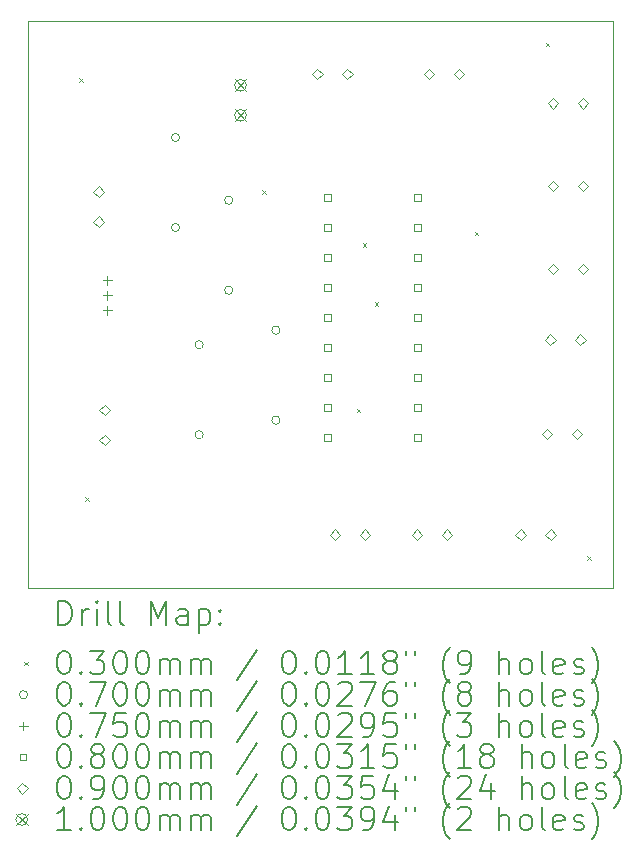
<source format=gbr>
%TF.GenerationSoftware,KiCad,Pcbnew,8.0.1*%
%TF.CreationDate,2024-05-12T16:17:54-04:00*%
%TF.ProjectId,recyclobot,72656379-636c-46f6-926f-742e6b696361,rev?*%
%TF.SameCoordinates,Original*%
%TF.FileFunction,Drillmap*%
%TF.FilePolarity,Positive*%
%FSLAX45Y45*%
G04 Gerber Fmt 4.5, Leading zero omitted, Abs format (unit mm)*
G04 Created by KiCad (PCBNEW 8.0.1) date 2024-05-12 16:17:54*
%MOMM*%
%LPD*%
G01*
G04 APERTURE LIST*
%ADD10C,0.050000*%
%ADD11C,0.200000*%
%ADD12C,0.100000*%
G04 APERTURE END LIST*
D10*
X15200000Y-7900000D02*
X15200000Y-12700000D01*
X10250000Y-12700000D02*
X10250000Y-7900000D01*
X15100000Y-12700000D02*
X10250000Y-12700000D01*
X10250000Y-7900000D02*
X15200000Y-7900000D01*
X15200000Y-12700000D02*
X15100000Y-12700000D01*
D11*
D12*
X10685000Y-8385000D02*
X10715000Y-8415000D01*
X10715000Y-8385000D02*
X10685000Y-8415000D01*
X10735000Y-11935000D02*
X10765000Y-11965000D01*
X10765000Y-11935000D02*
X10735000Y-11965000D01*
X12235000Y-9335000D02*
X12265000Y-9365000D01*
X12265000Y-9335000D02*
X12235000Y-9365000D01*
X13035000Y-11185000D02*
X13065000Y-11215000D01*
X13065000Y-11185000D02*
X13035000Y-11215000D01*
X13085000Y-9785000D02*
X13115000Y-9815000D01*
X13115000Y-9785000D02*
X13085000Y-9815000D01*
X13185000Y-10285000D02*
X13215000Y-10315000D01*
X13215000Y-10285000D02*
X13185000Y-10315000D01*
X14035000Y-9685000D02*
X14065000Y-9715000D01*
X14065000Y-9685000D02*
X14035000Y-9715000D01*
X14635000Y-8085000D02*
X14665000Y-8115000D01*
X14665000Y-8085000D02*
X14635000Y-8115000D01*
X14985000Y-12435000D02*
X15015000Y-12465000D01*
X15015000Y-12435000D02*
X14985000Y-12465000D01*
X11535000Y-8888000D02*
G75*
G02*
X11465000Y-8888000I-35000J0D01*
G01*
X11465000Y-8888000D02*
G75*
G02*
X11535000Y-8888000I35000J0D01*
G01*
X11535000Y-9650000D02*
G75*
G02*
X11465000Y-9650000I-35000J0D01*
G01*
X11465000Y-9650000D02*
G75*
G02*
X11535000Y-9650000I35000J0D01*
G01*
X11735500Y-10642500D02*
G75*
G02*
X11665500Y-10642500I-35000J0D01*
G01*
X11665500Y-10642500D02*
G75*
G02*
X11735500Y-10642500I35000J0D01*
G01*
X11735500Y-11404500D02*
G75*
G02*
X11665500Y-11404500I-35000J0D01*
G01*
X11665500Y-11404500D02*
G75*
G02*
X11735500Y-11404500I35000J0D01*
G01*
X11985000Y-9419000D02*
G75*
G02*
X11915000Y-9419000I-35000J0D01*
G01*
X11915000Y-9419000D02*
G75*
G02*
X11985000Y-9419000I35000J0D01*
G01*
X11985000Y-10181000D02*
G75*
G02*
X11915000Y-10181000I-35000J0D01*
G01*
X11915000Y-10181000D02*
G75*
G02*
X11985000Y-10181000I35000J0D01*
G01*
X12385000Y-10519000D02*
G75*
G02*
X12315000Y-10519000I-35000J0D01*
G01*
X12315000Y-10519000D02*
G75*
G02*
X12385000Y-10519000I35000J0D01*
G01*
X12385000Y-11281000D02*
G75*
G02*
X12315000Y-11281000I-35000J0D01*
G01*
X12315000Y-11281000D02*
G75*
G02*
X12385000Y-11281000I35000J0D01*
G01*
X10922000Y-10058500D02*
X10922000Y-10133500D01*
X10884500Y-10096000D02*
X10959500Y-10096000D01*
X10922000Y-10185500D02*
X10922000Y-10260500D01*
X10884500Y-10223000D02*
X10959500Y-10223000D01*
X10922000Y-10312500D02*
X10922000Y-10387500D01*
X10884500Y-10350000D02*
X10959500Y-10350000D01*
X12816284Y-9424285D02*
X12816284Y-9367716D01*
X12759715Y-9367716D01*
X12759715Y-9424285D01*
X12816284Y-9424285D01*
X12816284Y-9678285D02*
X12816284Y-9621716D01*
X12759715Y-9621716D01*
X12759715Y-9678285D01*
X12816284Y-9678285D01*
X12816284Y-9932285D02*
X12816284Y-9875716D01*
X12759715Y-9875716D01*
X12759715Y-9932285D01*
X12816284Y-9932285D01*
X12816284Y-10186285D02*
X12816284Y-10129716D01*
X12759715Y-10129716D01*
X12759715Y-10186285D01*
X12816284Y-10186285D01*
X12816284Y-10440285D02*
X12816284Y-10383716D01*
X12759715Y-10383716D01*
X12759715Y-10440285D01*
X12816284Y-10440285D01*
X12816284Y-10694285D02*
X12816284Y-10637716D01*
X12759715Y-10637716D01*
X12759715Y-10694285D01*
X12816284Y-10694285D01*
X12816284Y-10948285D02*
X12816284Y-10891716D01*
X12759715Y-10891716D01*
X12759715Y-10948285D01*
X12816284Y-10948285D01*
X12816284Y-11202284D02*
X12816284Y-11145716D01*
X12759715Y-11145716D01*
X12759715Y-11202284D01*
X12816284Y-11202284D01*
X12816284Y-11456284D02*
X12816284Y-11399715D01*
X12759715Y-11399715D01*
X12759715Y-11456284D01*
X12816284Y-11456284D01*
X13578284Y-9424285D02*
X13578284Y-9367716D01*
X13521715Y-9367716D01*
X13521715Y-9424285D01*
X13578284Y-9424285D01*
X13578284Y-9678285D02*
X13578284Y-9621716D01*
X13521715Y-9621716D01*
X13521715Y-9678285D01*
X13578284Y-9678285D01*
X13578284Y-9932285D02*
X13578284Y-9875716D01*
X13521715Y-9875716D01*
X13521715Y-9932285D01*
X13578284Y-9932285D01*
X13578284Y-10186285D02*
X13578284Y-10129716D01*
X13521715Y-10129716D01*
X13521715Y-10186285D01*
X13578284Y-10186285D01*
X13578284Y-10440285D02*
X13578284Y-10383716D01*
X13521715Y-10383716D01*
X13521715Y-10440285D01*
X13578284Y-10440285D01*
X13578284Y-10694285D02*
X13578284Y-10637716D01*
X13521715Y-10637716D01*
X13521715Y-10694285D01*
X13578284Y-10694285D01*
X13578284Y-10948285D02*
X13578284Y-10891716D01*
X13521715Y-10891716D01*
X13521715Y-10948285D01*
X13578284Y-10948285D01*
X13578284Y-11202284D02*
X13578284Y-11145716D01*
X13521715Y-11145716D01*
X13521715Y-11202284D01*
X13578284Y-11202284D01*
X13578284Y-11456284D02*
X13578284Y-11399715D01*
X13521715Y-11399715D01*
X13521715Y-11456284D01*
X13578284Y-11456284D01*
X10850000Y-9391000D02*
X10895000Y-9346000D01*
X10850000Y-9301000D01*
X10805000Y-9346000D01*
X10850000Y-9391000D01*
X10850000Y-9645000D02*
X10895000Y-9600000D01*
X10850000Y-9555000D01*
X10805000Y-9600000D01*
X10850000Y-9645000D01*
X10900000Y-11240000D02*
X10945000Y-11195000D01*
X10900000Y-11150000D01*
X10855000Y-11195000D01*
X10900000Y-11240000D01*
X10900000Y-11494000D02*
X10945000Y-11449000D01*
X10900000Y-11404000D01*
X10855000Y-11449000D01*
X10900000Y-11494000D01*
X12700000Y-8395000D02*
X12745000Y-8350000D01*
X12700000Y-8305000D01*
X12655000Y-8350000D01*
X12700000Y-8395000D01*
X12851000Y-12295000D02*
X12896000Y-12250000D01*
X12851000Y-12205000D01*
X12806000Y-12250000D01*
X12851000Y-12295000D01*
X12954000Y-8395000D02*
X12999000Y-8350000D01*
X12954000Y-8305000D01*
X12909000Y-8350000D01*
X12954000Y-8395000D01*
X13105000Y-12295000D02*
X13150000Y-12250000D01*
X13105000Y-12205000D01*
X13060000Y-12250000D01*
X13105000Y-12295000D01*
X13546000Y-12295000D02*
X13591000Y-12250000D01*
X13546000Y-12205000D01*
X13501000Y-12250000D01*
X13546000Y-12295000D01*
X13646000Y-8395000D02*
X13691000Y-8350000D01*
X13646000Y-8305000D01*
X13601000Y-8350000D01*
X13646000Y-8395000D01*
X13800000Y-12295000D02*
X13845000Y-12250000D01*
X13800000Y-12205000D01*
X13755000Y-12250000D01*
X13800000Y-12295000D01*
X13900000Y-8395000D02*
X13945000Y-8350000D01*
X13900000Y-8305000D01*
X13855000Y-8350000D01*
X13900000Y-8395000D01*
X14422500Y-12295000D02*
X14467500Y-12250000D01*
X14422500Y-12205000D01*
X14377500Y-12250000D01*
X14422500Y-12295000D01*
X14646000Y-11445000D02*
X14691000Y-11400000D01*
X14646000Y-11355000D01*
X14601000Y-11400000D01*
X14646000Y-11445000D01*
X14672500Y-10645000D02*
X14717500Y-10600000D01*
X14672500Y-10555000D01*
X14627500Y-10600000D01*
X14672500Y-10645000D01*
X14676500Y-12295000D02*
X14721500Y-12250000D01*
X14676500Y-12205000D01*
X14631500Y-12250000D01*
X14676500Y-12295000D01*
X14696000Y-8645000D02*
X14741000Y-8600000D01*
X14696000Y-8555000D01*
X14651000Y-8600000D01*
X14696000Y-8645000D01*
X14696000Y-9345000D02*
X14741000Y-9300000D01*
X14696000Y-9255000D01*
X14651000Y-9300000D01*
X14696000Y-9345000D01*
X14696000Y-10045000D02*
X14741000Y-10000000D01*
X14696000Y-9955000D01*
X14651000Y-10000000D01*
X14696000Y-10045000D01*
X14900000Y-11445000D02*
X14945000Y-11400000D01*
X14900000Y-11355000D01*
X14855000Y-11400000D01*
X14900000Y-11445000D01*
X14926500Y-10645000D02*
X14971500Y-10600000D01*
X14926500Y-10555000D01*
X14881500Y-10600000D01*
X14926500Y-10645000D01*
X14950000Y-8645000D02*
X14995000Y-8600000D01*
X14950000Y-8555000D01*
X14905000Y-8600000D01*
X14950000Y-8645000D01*
X14950000Y-9345000D02*
X14995000Y-9300000D01*
X14950000Y-9255000D01*
X14905000Y-9300000D01*
X14950000Y-9345000D01*
X14950000Y-10045000D02*
X14995000Y-10000000D01*
X14950000Y-9955000D01*
X14905000Y-10000000D01*
X14950000Y-10045000D01*
X12000000Y-8396000D02*
X12100000Y-8496000D01*
X12100000Y-8396000D02*
X12000000Y-8496000D01*
X12100000Y-8446000D02*
G75*
G02*
X12000000Y-8446000I-50000J0D01*
G01*
X12000000Y-8446000D02*
G75*
G02*
X12100000Y-8446000I50000J0D01*
G01*
X12000000Y-8650000D02*
X12100000Y-8750000D01*
X12100000Y-8650000D02*
X12000000Y-8750000D01*
X12100000Y-8700000D02*
G75*
G02*
X12000000Y-8700000I-50000J0D01*
G01*
X12000000Y-8700000D02*
G75*
G02*
X12100000Y-8700000I50000J0D01*
G01*
D11*
X10508277Y-13013984D02*
X10508277Y-12813984D01*
X10508277Y-12813984D02*
X10555896Y-12813984D01*
X10555896Y-12813984D02*
X10584467Y-12823508D01*
X10584467Y-12823508D02*
X10603515Y-12842555D01*
X10603515Y-12842555D02*
X10613039Y-12861603D01*
X10613039Y-12861603D02*
X10622563Y-12899698D01*
X10622563Y-12899698D02*
X10622563Y-12928269D01*
X10622563Y-12928269D02*
X10613039Y-12966365D01*
X10613039Y-12966365D02*
X10603515Y-12985412D01*
X10603515Y-12985412D02*
X10584467Y-13004460D01*
X10584467Y-13004460D02*
X10555896Y-13013984D01*
X10555896Y-13013984D02*
X10508277Y-13013984D01*
X10708277Y-13013984D02*
X10708277Y-12880650D01*
X10708277Y-12918746D02*
X10717801Y-12899698D01*
X10717801Y-12899698D02*
X10727324Y-12890174D01*
X10727324Y-12890174D02*
X10746372Y-12880650D01*
X10746372Y-12880650D02*
X10765420Y-12880650D01*
X10832086Y-13013984D02*
X10832086Y-12880650D01*
X10832086Y-12813984D02*
X10822563Y-12823508D01*
X10822563Y-12823508D02*
X10832086Y-12833031D01*
X10832086Y-12833031D02*
X10841610Y-12823508D01*
X10841610Y-12823508D02*
X10832086Y-12813984D01*
X10832086Y-12813984D02*
X10832086Y-12833031D01*
X10955896Y-13013984D02*
X10936848Y-13004460D01*
X10936848Y-13004460D02*
X10927324Y-12985412D01*
X10927324Y-12985412D02*
X10927324Y-12813984D01*
X11060658Y-13013984D02*
X11041610Y-13004460D01*
X11041610Y-13004460D02*
X11032086Y-12985412D01*
X11032086Y-12985412D02*
X11032086Y-12813984D01*
X11289229Y-13013984D02*
X11289229Y-12813984D01*
X11289229Y-12813984D02*
X11355896Y-12956841D01*
X11355896Y-12956841D02*
X11422562Y-12813984D01*
X11422562Y-12813984D02*
X11422562Y-13013984D01*
X11603515Y-13013984D02*
X11603515Y-12909222D01*
X11603515Y-12909222D02*
X11593991Y-12890174D01*
X11593991Y-12890174D02*
X11574943Y-12880650D01*
X11574943Y-12880650D02*
X11536848Y-12880650D01*
X11536848Y-12880650D02*
X11517801Y-12890174D01*
X11603515Y-13004460D02*
X11584467Y-13013984D01*
X11584467Y-13013984D02*
X11536848Y-13013984D01*
X11536848Y-13013984D02*
X11517801Y-13004460D01*
X11517801Y-13004460D02*
X11508277Y-12985412D01*
X11508277Y-12985412D02*
X11508277Y-12966365D01*
X11508277Y-12966365D02*
X11517801Y-12947317D01*
X11517801Y-12947317D02*
X11536848Y-12937793D01*
X11536848Y-12937793D02*
X11584467Y-12937793D01*
X11584467Y-12937793D02*
X11603515Y-12928269D01*
X11698753Y-12880650D02*
X11698753Y-13080650D01*
X11698753Y-12890174D02*
X11717801Y-12880650D01*
X11717801Y-12880650D02*
X11755896Y-12880650D01*
X11755896Y-12880650D02*
X11774943Y-12890174D01*
X11774943Y-12890174D02*
X11784467Y-12899698D01*
X11784467Y-12899698D02*
X11793991Y-12918746D01*
X11793991Y-12918746D02*
X11793991Y-12975888D01*
X11793991Y-12975888D02*
X11784467Y-12994936D01*
X11784467Y-12994936D02*
X11774943Y-13004460D01*
X11774943Y-13004460D02*
X11755896Y-13013984D01*
X11755896Y-13013984D02*
X11717801Y-13013984D01*
X11717801Y-13013984D02*
X11698753Y-13004460D01*
X11879705Y-12994936D02*
X11889229Y-13004460D01*
X11889229Y-13004460D02*
X11879705Y-13013984D01*
X11879705Y-13013984D02*
X11870182Y-13004460D01*
X11870182Y-13004460D02*
X11879705Y-12994936D01*
X11879705Y-12994936D02*
X11879705Y-13013984D01*
X11879705Y-12890174D02*
X11889229Y-12899698D01*
X11889229Y-12899698D02*
X11879705Y-12909222D01*
X11879705Y-12909222D02*
X11870182Y-12899698D01*
X11870182Y-12899698D02*
X11879705Y-12890174D01*
X11879705Y-12890174D02*
X11879705Y-12909222D01*
D12*
X10217500Y-13327500D02*
X10247500Y-13357500D01*
X10247500Y-13327500D02*
X10217500Y-13357500D01*
D11*
X10546372Y-13233984D02*
X10565420Y-13233984D01*
X10565420Y-13233984D02*
X10584467Y-13243508D01*
X10584467Y-13243508D02*
X10593991Y-13253031D01*
X10593991Y-13253031D02*
X10603515Y-13272079D01*
X10603515Y-13272079D02*
X10613039Y-13310174D01*
X10613039Y-13310174D02*
X10613039Y-13357793D01*
X10613039Y-13357793D02*
X10603515Y-13395888D01*
X10603515Y-13395888D02*
X10593991Y-13414936D01*
X10593991Y-13414936D02*
X10584467Y-13424460D01*
X10584467Y-13424460D02*
X10565420Y-13433984D01*
X10565420Y-13433984D02*
X10546372Y-13433984D01*
X10546372Y-13433984D02*
X10527324Y-13424460D01*
X10527324Y-13424460D02*
X10517801Y-13414936D01*
X10517801Y-13414936D02*
X10508277Y-13395888D01*
X10508277Y-13395888D02*
X10498753Y-13357793D01*
X10498753Y-13357793D02*
X10498753Y-13310174D01*
X10498753Y-13310174D02*
X10508277Y-13272079D01*
X10508277Y-13272079D02*
X10517801Y-13253031D01*
X10517801Y-13253031D02*
X10527324Y-13243508D01*
X10527324Y-13243508D02*
X10546372Y-13233984D01*
X10698753Y-13414936D02*
X10708277Y-13424460D01*
X10708277Y-13424460D02*
X10698753Y-13433984D01*
X10698753Y-13433984D02*
X10689229Y-13424460D01*
X10689229Y-13424460D02*
X10698753Y-13414936D01*
X10698753Y-13414936D02*
X10698753Y-13433984D01*
X10774944Y-13233984D02*
X10898753Y-13233984D01*
X10898753Y-13233984D02*
X10832086Y-13310174D01*
X10832086Y-13310174D02*
X10860658Y-13310174D01*
X10860658Y-13310174D02*
X10879705Y-13319698D01*
X10879705Y-13319698D02*
X10889229Y-13329222D01*
X10889229Y-13329222D02*
X10898753Y-13348269D01*
X10898753Y-13348269D02*
X10898753Y-13395888D01*
X10898753Y-13395888D02*
X10889229Y-13414936D01*
X10889229Y-13414936D02*
X10879705Y-13424460D01*
X10879705Y-13424460D02*
X10860658Y-13433984D01*
X10860658Y-13433984D02*
X10803515Y-13433984D01*
X10803515Y-13433984D02*
X10784467Y-13424460D01*
X10784467Y-13424460D02*
X10774944Y-13414936D01*
X11022563Y-13233984D02*
X11041610Y-13233984D01*
X11041610Y-13233984D02*
X11060658Y-13243508D01*
X11060658Y-13243508D02*
X11070182Y-13253031D01*
X11070182Y-13253031D02*
X11079705Y-13272079D01*
X11079705Y-13272079D02*
X11089229Y-13310174D01*
X11089229Y-13310174D02*
X11089229Y-13357793D01*
X11089229Y-13357793D02*
X11079705Y-13395888D01*
X11079705Y-13395888D02*
X11070182Y-13414936D01*
X11070182Y-13414936D02*
X11060658Y-13424460D01*
X11060658Y-13424460D02*
X11041610Y-13433984D01*
X11041610Y-13433984D02*
X11022563Y-13433984D01*
X11022563Y-13433984D02*
X11003515Y-13424460D01*
X11003515Y-13424460D02*
X10993991Y-13414936D01*
X10993991Y-13414936D02*
X10984467Y-13395888D01*
X10984467Y-13395888D02*
X10974944Y-13357793D01*
X10974944Y-13357793D02*
X10974944Y-13310174D01*
X10974944Y-13310174D02*
X10984467Y-13272079D01*
X10984467Y-13272079D02*
X10993991Y-13253031D01*
X10993991Y-13253031D02*
X11003515Y-13243508D01*
X11003515Y-13243508D02*
X11022563Y-13233984D01*
X11213039Y-13233984D02*
X11232086Y-13233984D01*
X11232086Y-13233984D02*
X11251134Y-13243508D01*
X11251134Y-13243508D02*
X11260658Y-13253031D01*
X11260658Y-13253031D02*
X11270182Y-13272079D01*
X11270182Y-13272079D02*
X11279705Y-13310174D01*
X11279705Y-13310174D02*
X11279705Y-13357793D01*
X11279705Y-13357793D02*
X11270182Y-13395888D01*
X11270182Y-13395888D02*
X11260658Y-13414936D01*
X11260658Y-13414936D02*
X11251134Y-13424460D01*
X11251134Y-13424460D02*
X11232086Y-13433984D01*
X11232086Y-13433984D02*
X11213039Y-13433984D01*
X11213039Y-13433984D02*
X11193991Y-13424460D01*
X11193991Y-13424460D02*
X11184467Y-13414936D01*
X11184467Y-13414936D02*
X11174944Y-13395888D01*
X11174944Y-13395888D02*
X11165420Y-13357793D01*
X11165420Y-13357793D02*
X11165420Y-13310174D01*
X11165420Y-13310174D02*
X11174944Y-13272079D01*
X11174944Y-13272079D02*
X11184467Y-13253031D01*
X11184467Y-13253031D02*
X11193991Y-13243508D01*
X11193991Y-13243508D02*
X11213039Y-13233984D01*
X11365420Y-13433984D02*
X11365420Y-13300650D01*
X11365420Y-13319698D02*
X11374943Y-13310174D01*
X11374943Y-13310174D02*
X11393991Y-13300650D01*
X11393991Y-13300650D02*
X11422563Y-13300650D01*
X11422563Y-13300650D02*
X11441610Y-13310174D01*
X11441610Y-13310174D02*
X11451134Y-13329222D01*
X11451134Y-13329222D02*
X11451134Y-13433984D01*
X11451134Y-13329222D02*
X11460658Y-13310174D01*
X11460658Y-13310174D02*
X11479705Y-13300650D01*
X11479705Y-13300650D02*
X11508277Y-13300650D01*
X11508277Y-13300650D02*
X11527324Y-13310174D01*
X11527324Y-13310174D02*
X11536848Y-13329222D01*
X11536848Y-13329222D02*
X11536848Y-13433984D01*
X11632086Y-13433984D02*
X11632086Y-13300650D01*
X11632086Y-13319698D02*
X11641610Y-13310174D01*
X11641610Y-13310174D02*
X11660658Y-13300650D01*
X11660658Y-13300650D02*
X11689229Y-13300650D01*
X11689229Y-13300650D02*
X11708277Y-13310174D01*
X11708277Y-13310174D02*
X11717801Y-13329222D01*
X11717801Y-13329222D02*
X11717801Y-13433984D01*
X11717801Y-13329222D02*
X11727324Y-13310174D01*
X11727324Y-13310174D02*
X11746372Y-13300650D01*
X11746372Y-13300650D02*
X11774943Y-13300650D01*
X11774943Y-13300650D02*
X11793991Y-13310174D01*
X11793991Y-13310174D02*
X11803515Y-13329222D01*
X11803515Y-13329222D02*
X11803515Y-13433984D01*
X12193991Y-13224460D02*
X12022563Y-13481603D01*
X12451134Y-13233984D02*
X12470182Y-13233984D01*
X12470182Y-13233984D02*
X12489229Y-13243508D01*
X12489229Y-13243508D02*
X12498753Y-13253031D01*
X12498753Y-13253031D02*
X12508277Y-13272079D01*
X12508277Y-13272079D02*
X12517801Y-13310174D01*
X12517801Y-13310174D02*
X12517801Y-13357793D01*
X12517801Y-13357793D02*
X12508277Y-13395888D01*
X12508277Y-13395888D02*
X12498753Y-13414936D01*
X12498753Y-13414936D02*
X12489229Y-13424460D01*
X12489229Y-13424460D02*
X12470182Y-13433984D01*
X12470182Y-13433984D02*
X12451134Y-13433984D01*
X12451134Y-13433984D02*
X12432086Y-13424460D01*
X12432086Y-13424460D02*
X12422563Y-13414936D01*
X12422563Y-13414936D02*
X12413039Y-13395888D01*
X12413039Y-13395888D02*
X12403515Y-13357793D01*
X12403515Y-13357793D02*
X12403515Y-13310174D01*
X12403515Y-13310174D02*
X12413039Y-13272079D01*
X12413039Y-13272079D02*
X12422563Y-13253031D01*
X12422563Y-13253031D02*
X12432086Y-13243508D01*
X12432086Y-13243508D02*
X12451134Y-13233984D01*
X12603515Y-13414936D02*
X12613039Y-13424460D01*
X12613039Y-13424460D02*
X12603515Y-13433984D01*
X12603515Y-13433984D02*
X12593991Y-13424460D01*
X12593991Y-13424460D02*
X12603515Y-13414936D01*
X12603515Y-13414936D02*
X12603515Y-13433984D01*
X12736848Y-13233984D02*
X12755896Y-13233984D01*
X12755896Y-13233984D02*
X12774944Y-13243508D01*
X12774944Y-13243508D02*
X12784467Y-13253031D01*
X12784467Y-13253031D02*
X12793991Y-13272079D01*
X12793991Y-13272079D02*
X12803515Y-13310174D01*
X12803515Y-13310174D02*
X12803515Y-13357793D01*
X12803515Y-13357793D02*
X12793991Y-13395888D01*
X12793991Y-13395888D02*
X12784467Y-13414936D01*
X12784467Y-13414936D02*
X12774944Y-13424460D01*
X12774944Y-13424460D02*
X12755896Y-13433984D01*
X12755896Y-13433984D02*
X12736848Y-13433984D01*
X12736848Y-13433984D02*
X12717801Y-13424460D01*
X12717801Y-13424460D02*
X12708277Y-13414936D01*
X12708277Y-13414936D02*
X12698753Y-13395888D01*
X12698753Y-13395888D02*
X12689229Y-13357793D01*
X12689229Y-13357793D02*
X12689229Y-13310174D01*
X12689229Y-13310174D02*
X12698753Y-13272079D01*
X12698753Y-13272079D02*
X12708277Y-13253031D01*
X12708277Y-13253031D02*
X12717801Y-13243508D01*
X12717801Y-13243508D02*
X12736848Y-13233984D01*
X12993991Y-13433984D02*
X12879706Y-13433984D01*
X12936848Y-13433984D02*
X12936848Y-13233984D01*
X12936848Y-13233984D02*
X12917801Y-13262555D01*
X12917801Y-13262555D02*
X12898753Y-13281603D01*
X12898753Y-13281603D02*
X12879706Y-13291127D01*
X13184467Y-13433984D02*
X13070182Y-13433984D01*
X13127325Y-13433984D02*
X13127325Y-13233984D01*
X13127325Y-13233984D02*
X13108277Y-13262555D01*
X13108277Y-13262555D02*
X13089229Y-13281603D01*
X13089229Y-13281603D02*
X13070182Y-13291127D01*
X13298753Y-13319698D02*
X13279706Y-13310174D01*
X13279706Y-13310174D02*
X13270182Y-13300650D01*
X13270182Y-13300650D02*
X13260658Y-13281603D01*
X13260658Y-13281603D02*
X13260658Y-13272079D01*
X13260658Y-13272079D02*
X13270182Y-13253031D01*
X13270182Y-13253031D02*
X13279706Y-13243508D01*
X13279706Y-13243508D02*
X13298753Y-13233984D01*
X13298753Y-13233984D02*
X13336848Y-13233984D01*
X13336848Y-13233984D02*
X13355896Y-13243508D01*
X13355896Y-13243508D02*
X13365420Y-13253031D01*
X13365420Y-13253031D02*
X13374944Y-13272079D01*
X13374944Y-13272079D02*
X13374944Y-13281603D01*
X13374944Y-13281603D02*
X13365420Y-13300650D01*
X13365420Y-13300650D02*
X13355896Y-13310174D01*
X13355896Y-13310174D02*
X13336848Y-13319698D01*
X13336848Y-13319698D02*
X13298753Y-13319698D01*
X13298753Y-13319698D02*
X13279706Y-13329222D01*
X13279706Y-13329222D02*
X13270182Y-13338746D01*
X13270182Y-13338746D02*
X13260658Y-13357793D01*
X13260658Y-13357793D02*
X13260658Y-13395888D01*
X13260658Y-13395888D02*
X13270182Y-13414936D01*
X13270182Y-13414936D02*
X13279706Y-13424460D01*
X13279706Y-13424460D02*
X13298753Y-13433984D01*
X13298753Y-13433984D02*
X13336848Y-13433984D01*
X13336848Y-13433984D02*
X13355896Y-13424460D01*
X13355896Y-13424460D02*
X13365420Y-13414936D01*
X13365420Y-13414936D02*
X13374944Y-13395888D01*
X13374944Y-13395888D02*
X13374944Y-13357793D01*
X13374944Y-13357793D02*
X13365420Y-13338746D01*
X13365420Y-13338746D02*
X13355896Y-13329222D01*
X13355896Y-13329222D02*
X13336848Y-13319698D01*
X13451134Y-13233984D02*
X13451134Y-13272079D01*
X13527325Y-13233984D02*
X13527325Y-13272079D01*
X13822563Y-13510174D02*
X13813039Y-13500650D01*
X13813039Y-13500650D02*
X13793991Y-13472079D01*
X13793991Y-13472079D02*
X13784468Y-13453031D01*
X13784468Y-13453031D02*
X13774944Y-13424460D01*
X13774944Y-13424460D02*
X13765420Y-13376841D01*
X13765420Y-13376841D02*
X13765420Y-13338746D01*
X13765420Y-13338746D02*
X13774944Y-13291127D01*
X13774944Y-13291127D02*
X13784468Y-13262555D01*
X13784468Y-13262555D02*
X13793991Y-13243508D01*
X13793991Y-13243508D02*
X13813039Y-13214936D01*
X13813039Y-13214936D02*
X13822563Y-13205412D01*
X13908277Y-13433984D02*
X13946372Y-13433984D01*
X13946372Y-13433984D02*
X13965420Y-13424460D01*
X13965420Y-13424460D02*
X13974944Y-13414936D01*
X13974944Y-13414936D02*
X13993991Y-13386365D01*
X13993991Y-13386365D02*
X14003515Y-13348269D01*
X14003515Y-13348269D02*
X14003515Y-13272079D01*
X14003515Y-13272079D02*
X13993991Y-13253031D01*
X13993991Y-13253031D02*
X13984468Y-13243508D01*
X13984468Y-13243508D02*
X13965420Y-13233984D01*
X13965420Y-13233984D02*
X13927325Y-13233984D01*
X13927325Y-13233984D02*
X13908277Y-13243508D01*
X13908277Y-13243508D02*
X13898753Y-13253031D01*
X13898753Y-13253031D02*
X13889229Y-13272079D01*
X13889229Y-13272079D02*
X13889229Y-13319698D01*
X13889229Y-13319698D02*
X13898753Y-13338746D01*
X13898753Y-13338746D02*
X13908277Y-13348269D01*
X13908277Y-13348269D02*
X13927325Y-13357793D01*
X13927325Y-13357793D02*
X13965420Y-13357793D01*
X13965420Y-13357793D02*
X13984468Y-13348269D01*
X13984468Y-13348269D02*
X13993991Y-13338746D01*
X13993991Y-13338746D02*
X14003515Y-13319698D01*
X14241610Y-13433984D02*
X14241610Y-13233984D01*
X14327325Y-13433984D02*
X14327325Y-13329222D01*
X14327325Y-13329222D02*
X14317801Y-13310174D01*
X14317801Y-13310174D02*
X14298753Y-13300650D01*
X14298753Y-13300650D02*
X14270182Y-13300650D01*
X14270182Y-13300650D02*
X14251134Y-13310174D01*
X14251134Y-13310174D02*
X14241610Y-13319698D01*
X14451134Y-13433984D02*
X14432087Y-13424460D01*
X14432087Y-13424460D02*
X14422563Y-13414936D01*
X14422563Y-13414936D02*
X14413039Y-13395888D01*
X14413039Y-13395888D02*
X14413039Y-13338746D01*
X14413039Y-13338746D02*
X14422563Y-13319698D01*
X14422563Y-13319698D02*
X14432087Y-13310174D01*
X14432087Y-13310174D02*
X14451134Y-13300650D01*
X14451134Y-13300650D02*
X14479706Y-13300650D01*
X14479706Y-13300650D02*
X14498753Y-13310174D01*
X14498753Y-13310174D02*
X14508277Y-13319698D01*
X14508277Y-13319698D02*
X14517801Y-13338746D01*
X14517801Y-13338746D02*
X14517801Y-13395888D01*
X14517801Y-13395888D02*
X14508277Y-13414936D01*
X14508277Y-13414936D02*
X14498753Y-13424460D01*
X14498753Y-13424460D02*
X14479706Y-13433984D01*
X14479706Y-13433984D02*
X14451134Y-13433984D01*
X14632087Y-13433984D02*
X14613039Y-13424460D01*
X14613039Y-13424460D02*
X14603515Y-13405412D01*
X14603515Y-13405412D02*
X14603515Y-13233984D01*
X14784468Y-13424460D02*
X14765420Y-13433984D01*
X14765420Y-13433984D02*
X14727325Y-13433984D01*
X14727325Y-13433984D02*
X14708277Y-13424460D01*
X14708277Y-13424460D02*
X14698753Y-13405412D01*
X14698753Y-13405412D02*
X14698753Y-13329222D01*
X14698753Y-13329222D02*
X14708277Y-13310174D01*
X14708277Y-13310174D02*
X14727325Y-13300650D01*
X14727325Y-13300650D02*
X14765420Y-13300650D01*
X14765420Y-13300650D02*
X14784468Y-13310174D01*
X14784468Y-13310174D02*
X14793991Y-13329222D01*
X14793991Y-13329222D02*
X14793991Y-13348269D01*
X14793991Y-13348269D02*
X14698753Y-13367317D01*
X14870182Y-13424460D02*
X14889230Y-13433984D01*
X14889230Y-13433984D02*
X14927325Y-13433984D01*
X14927325Y-13433984D02*
X14946372Y-13424460D01*
X14946372Y-13424460D02*
X14955896Y-13405412D01*
X14955896Y-13405412D02*
X14955896Y-13395888D01*
X14955896Y-13395888D02*
X14946372Y-13376841D01*
X14946372Y-13376841D02*
X14927325Y-13367317D01*
X14927325Y-13367317D02*
X14898753Y-13367317D01*
X14898753Y-13367317D02*
X14879706Y-13357793D01*
X14879706Y-13357793D02*
X14870182Y-13338746D01*
X14870182Y-13338746D02*
X14870182Y-13329222D01*
X14870182Y-13329222D02*
X14879706Y-13310174D01*
X14879706Y-13310174D02*
X14898753Y-13300650D01*
X14898753Y-13300650D02*
X14927325Y-13300650D01*
X14927325Y-13300650D02*
X14946372Y-13310174D01*
X15022563Y-13510174D02*
X15032087Y-13500650D01*
X15032087Y-13500650D02*
X15051134Y-13472079D01*
X15051134Y-13472079D02*
X15060658Y-13453031D01*
X15060658Y-13453031D02*
X15070182Y-13424460D01*
X15070182Y-13424460D02*
X15079706Y-13376841D01*
X15079706Y-13376841D02*
X15079706Y-13338746D01*
X15079706Y-13338746D02*
X15070182Y-13291127D01*
X15070182Y-13291127D02*
X15060658Y-13262555D01*
X15060658Y-13262555D02*
X15051134Y-13243508D01*
X15051134Y-13243508D02*
X15032087Y-13214936D01*
X15032087Y-13214936D02*
X15022563Y-13205412D01*
D12*
X10247500Y-13606500D02*
G75*
G02*
X10177500Y-13606500I-35000J0D01*
G01*
X10177500Y-13606500D02*
G75*
G02*
X10247500Y-13606500I35000J0D01*
G01*
D11*
X10546372Y-13497984D02*
X10565420Y-13497984D01*
X10565420Y-13497984D02*
X10584467Y-13507508D01*
X10584467Y-13507508D02*
X10593991Y-13517031D01*
X10593991Y-13517031D02*
X10603515Y-13536079D01*
X10603515Y-13536079D02*
X10613039Y-13574174D01*
X10613039Y-13574174D02*
X10613039Y-13621793D01*
X10613039Y-13621793D02*
X10603515Y-13659888D01*
X10603515Y-13659888D02*
X10593991Y-13678936D01*
X10593991Y-13678936D02*
X10584467Y-13688460D01*
X10584467Y-13688460D02*
X10565420Y-13697984D01*
X10565420Y-13697984D02*
X10546372Y-13697984D01*
X10546372Y-13697984D02*
X10527324Y-13688460D01*
X10527324Y-13688460D02*
X10517801Y-13678936D01*
X10517801Y-13678936D02*
X10508277Y-13659888D01*
X10508277Y-13659888D02*
X10498753Y-13621793D01*
X10498753Y-13621793D02*
X10498753Y-13574174D01*
X10498753Y-13574174D02*
X10508277Y-13536079D01*
X10508277Y-13536079D02*
X10517801Y-13517031D01*
X10517801Y-13517031D02*
X10527324Y-13507508D01*
X10527324Y-13507508D02*
X10546372Y-13497984D01*
X10698753Y-13678936D02*
X10708277Y-13688460D01*
X10708277Y-13688460D02*
X10698753Y-13697984D01*
X10698753Y-13697984D02*
X10689229Y-13688460D01*
X10689229Y-13688460D02*
X10698753Y-13678936D01*
X10698753Y-13678936D02*
X10698753Y-13697984D01*
X10774944Y-13497984D02*
X10908277Y-13497984D01*
X10908277Y-13497984D02*
X10822563Y-13697984D01*
X11022563Y-13497984D02*
X11041610Y-13497984D01*
X11041610Y-13497984D02*
X11060658Y-13507508D01*
X11060658Y-13507508D02*
X11070182Y-13517031D01*
X11070182Y-13517031D02*
X11079705Y-13536079D01*
X11079705Y-13536079D02*
X11089229Y-13574174D01*
X11089229Y-13574174D02*
X11089229Y-13621793D01*
X11089229Y-13621793D02*
X11079705Y-13659888D01*
X11079705Y-13659888D02*
X11070182Y-13678936D01*
X11070182Y-13678936D02*
X11060658Y-13688460D01*
X11060658Y-13688460D02*
X11041610Y-13697984D01*
X11041610Y-13697984D02*
X11022563Y-13697984D01*
X11022563Y-13697984D02*
X11003515Y-13688460D01*
X11003515Y-13688460D02*
X10993991Y-13678936D01*
X10993991Y-13678936D02*
X10984467Y-13659888D01*
X10984467Y-13659888D02*
X10974944Y-13621793D01*
X10974944Y-13621793D02*
X10974944Y-13574174D01*
X10974944Y-13574174D02*
X10984467Y-13536079D01*
X10984467Y-13536079D02*
X10993991Y-13517031D01*
X10993991Y-13517031D02*
X11003515Y-13507508D01*
X11003515Y-13507508D02*
X11022563Y-13497984D01*
X11213039Y-13497984D02*
X11232086Y-13497984D01*
X11232086Y-13497984D02*
X11251134Y-13507508D01*
X11251134Y-13507508D02*
X11260658Y-13517031D01*
X11260658Y-13517031D02*
X11270182Y-13536079D01*
X11270182Y-13536079D02*
X11279705Y-13574174D01*
X11279705Y-13574174D02*
X11279705Y-13621793D01*
X11279705Y-13621793D02*
X11270182Y-13659888D01*
X11270182Y-13659888D02*
X11260658Y-13678936D01*
X11260658Y-13678936D02*
X11251134Y-13688460D01*
X11251134Y-13688460D02*
X11232086Y-13697984D01*
X11232086Y-13697984D02*
X11213039Y-13697984D01*
X11213039Y-13697984D02*
X11193991Y-13688460D01*
X11193991Y-13688460D02*
X11184467Y-13678936D01*
X11184467Y-13678936D02*
X11174944Y-13659888D01*
X11174944Y-13659888D02*
X11165420Y-13621793D01*
X11165420Y-13621793D02*
X11165420Y-13574174D01*
X11165420Y-13574174D02*
X11174944Y-13536079D01*
X11174944Y-13536079D02*
X11184467Y-13517031D01*
X11184467Y-13517031D02*
X11193991Y-13507508D01*
X11193991Y-13507508D02*
X11213039Y-13497984D01*
X11365420Y-13697984D02*
X11365420Y-13564650D01*
X11365420Y-13583698D02*
X11374943Y-13574174D01*
X11374943Y-13574174D02*
X11393991Y-13564650D01*
X11393991Y-13564650D02*
X11422563Y-13564650D01*
X11422563Y-13564650D02*
X11441610Y-13574174D01*
X11441610Y-13574174D02*
X11451134Y-13593222D01*
X11451134Y-13593222D02*
X11451134Y-13697984D01*
X11451134Y-13593222D02*
X11460658Y-13574174D01*
X11460658Y-13574174D02*
X11479705Y-13564650D01*
X11479705Y-13564650D02*
X11508277Y-13564650D01*
X11508277Y-13564650D02*
X11527324Y-13574174D01*
X11527324Y-13574174D02*
X11536848Y-13593222D01*
X11536848Y-13593222D02*
X11536848Y-13697984D01*
X11632086Y-13697984D02*
X11632086Y-13564650D01*
X11632086Y-13583698D02*
X11641610Y-13574174D01*
X11641610Y-13574174D02*
X11660658Y-13564650D01*
X11660658Y-13564650D02*
X11689229Y-13564650D01*
X11689229Y-13564650D02*
X11708277Y-13574174D01*
X11708277Y-13574174D02*
X11717801Y-13593222D01*
X11717801Y-13593222D02*
X11717801Y-13697984D01*
X11717801Y-13593222D02*
X11727324Y-13574174D01*
X11727324Y-13574174D02*
X11746372Y-13564650D01*
X11746372Y-13564650D02*
X11774943Y-13564650D01*
X11774943Y-13564650D02*
X11793991Y-13574174D01*
X11793991Y-13574174D02*
X11803515Y-13593222D01*
X11803515Y-13593222D02*
X11803515Y-13697984D01*
X12193991Y-13488460D02*
X12022563Y-13745603D01*
X12451134Y-13497984D02*
X12470182Y-13497984D01*
X12470182Y-13497984D02*
X12489229Y-13507508D01*
X12489229Y-13507508D02*
X12498753Y-13517031D01*
X12498753Y-13517031D02*
X12508277Y-13536079D01*
X12508277Y-13536079D02*
X12517801Y-13574174D01*
X12517801Y-13574174D02*
X12517801Y-13621793D01*
X12517801Y-13621793D02*
X12508277Y-13659888D01*
X12508277Y-13659888D02*
X12498753Y-13678936D01*
X12498753Y-13678936D02*
X12489229Y-13688460D01*
X12489229Y-13688460D02*
X12470182Y-13697984D01*
X12470182Y-13697984D02*
X12451134Y-13697984D01*
X12451134Y-13697984D02*
X12432086Y-13688460D01*
X12432086Y-13688460D02*
X12422563Y-13678936D01*
X12422563Y-13678936D02*
X12413039Y-13659888D01*
X12413039Y-13659888D02*
X12403515Y-13621793D01*
X12403515Y-13621793D02*
X12403515Y-13574174D01*
X12403515Y-13574174D02*
X12413039Y-13536079D01*
X12413039Y-13536079D02*
X12422563Y-13517031D01*
X12422563Y-13517031D02*
X12432086Y-13507508D01*
X12432086Y-13507508D02*
X12451134Y-13497984D01*
X12603515Y-13678936D02*
X12613039Y-13688460D01*
X12613039Y-13688460D02*
X12603515Y-13697984D01*
X12603515Y-13697984D02*
X12593991Y-13688460D01*
X12593991Y-13688460D02*
X12603515Y-13678936D01*
X12603515Y-13678936D02*
X12603515Y-13697984D01*
X12736848Y-13497984D02*
X12755896Y-13497984D01*
X12755896Y-13497984D02*
X12774944Y-13507508D01*
X12774944Y-13507508D02*
X12784467Y-13517031D01*
X12784467Y-13517031D02*
X12793991Y-13536079D01*
X12793991Y-13536079D02*
X12803515Y-13574174D01*
X12803515Y-13574174D02*
X12803515Y-13621793D01*
X12803515Y-13621793D02*
X12793991Y-13659888D01*
X12793991Y-13659888D02*
X12784467Y-13678936D01*
X12784467Y-13678936D02*
X12774944Y-13688460D01*
X12774944Y-13688460D02*
X12755896Y-13697984D01*
X12755896Y-13697984D02*
X12736848Y-13697984D01*
X12736848Y-13697984D02*
X12717801Y-13688460D01*
X12717801Y-13688460D02*
X12708277Y-13678936D01*
X12708277Y-13678936D02*
X12698753Y-13659888D01*
X12698753Y-13659888D02*
X12689229Y-13621793D01*
X12689229Y-13621793D02*
X12689229Y-13574174D01*
X12689229Y-13574174D02*
X12698753Y-13536079D01*
X12698753Y-13536079D02*
X12708277Y-13517031D01*
X12708277Y-13517031D02*
X12717801Y-13507508D01*
X12717801Y-13507508D02*
X12736848Y-13497984D01*
X12879706Y-13517031D02*
X12889229Y-13507508D01*
X12889229Y-13507508D02*
X12908277Y-13497984D01*
X12908277Y-13497984D02*
X12955896Y-13497984D01*
X12955896Y-13497984D02*
X12974944Y-13507508D01*
X12974944Y-13507508D02*
X12984467Y-13517031D01*
X12984467Y-13517031D02*
X12993991Y-13536079D01*
X12993991Y-13536079D02*
X12993991Y-13555127D01*
X12993991Y-13555127D02*
X12984467Y-13583698D01*
X12984467Y-13583698D02*
X12870182Y-13697984D01*
X12870182Y-13697984D02*
X12993991Y-13697984D01*
X13060658Y-13497984D02*
X13193991Y-13497984D01*
X13193991Y-13497984D02*
X13108277Y-13697984D01*
X13355896Y-13497984D02*
X13317801Y-13497984D01*
X13317801Y-13497984D02*
X13298753Y-13507508D01*
X13298753Y-13507508D02*
X13289229Y-13517031D01*
X13289229Y-13517031D02*
X13270182Y-13545603D01*
X13270182Y-13545603D02*
X13260658Y-13583698D01*
X13260658Y-13583698D02*
X13260658Y-13659888D01*
X13260658Y-13659888D02*
X13270182Y-13678936D01*
X13270182Y-13678936D02*
X13279706Y-13688460D01*
X13279706Y-13688460D02*
X13298753Y-13697984D01*
X13298753Y-13697984D02*
X13336848Y-13697984D01*
X13336848Y-13697984D02*
X13355896Y-13688460D01*
X13355896Y-13688460D02*
X13365420Y-13678936D01*
X13365420Y-13678936D02*
X13374944Y-13659888D01*
X13374944Y-13659888D02*
X13374944Y-13612269D01*
X13374944Y-13612269D02*
X13365420Y-13593222D01*
X13365420Y-13593222D02*
X13355896Y-13583698D01*
X13355896Y-13583698D02*
X13336848Y-13574174D01*
X13336848Y-13574174D02*
X13298753Y-13574174D01*
X13298753Y-13574174D02*
X13279706Y-13583698D01*
X13279706Y-13583698D02*
X13270182Y-13593222D01*
X13270182Y-13593222D02*
X13260658Y-13612269D01*
X13451134Y-13497984D02*
X13451134Y-13536079D01*
X13527325Y-13497984D02*
X13527325Y-13536079D01*
X13822563Y-13774174D02*
X13813039Y-13764650D01*
X13813039Y-13764650D02*
X13793991Y-13736079D01*
X13793991Y-13736079D02*
X13784468Y-13717031D01*
X13784468Y-13717031D02*
X13774944Y-13688460D01*
X13774944Y-13688460D02*
X13765420Y-13640841D01*
X13765420Y-13640841D02*
X13765420Y-13602746D01*
X13765420Y-13602746D02*
X13774944Y-13555127D01*
X13774944Y-13555127D02*
X13784468Y-13526555D01*
X13784468Y-13526555D02*
X13793991Y-13507508D01*
X13793991Y-13507508D02*
X13813039Y-13478936D01*
X13813039Y-13478936D02*
X13822563Y-13469412D01*
X13927325Y-13583698D02*
X13908277Y-13574174D01*
X13908277Y-13574174D02*
X13898753Y-13564650D01*
X13898753Y-13564650D02*
X13889229Y-13545603D01*
X13889229Y-13545603D02*
X13889229Y-13536079D01*
X13889229Y-13536079D02*
X13898753Y-13517031D01*
X13898753Y-13517031D02*
X13908277Y-13507508D01*
X13908277Y-13507508D02*
X13927325Y-13497984D01*
X13927325Y-13497984D02*
X13965420Y-13497984D01*
X13965420Y-13497984D02*
X13984468Y-13507508D01*
X13984468Y-13507508D02*
X13993991Y-13517031D01*
X13993991Y-13517031D02*
X14003515Y-13536079D01*
X14003515Y-13536079D02*
X14003515Y-13545603D01*
X14003515Y-13545603D02*
X13993991Y-13564650D01*
X13993991Y-13564650D02*
X13984468Y-13574174D01*
X13984468Y-13574174D02*
X13965420Y-13583698D01*
X13965420Y-13583698D02*
X13927325Y-13583698D01*
X13927325Y-13583698D02*
X13908277Y-13593222D01*
X13908277Y-13593222D02*
X13898753Y-13602746D01*
X13898753Y-13602746D02*
X13889229Y-13621793D01*
X13889229Y-13621793D02*
X13889229Y-13659888D01*
X13889229Y-13659888D02*
X13898753Y-13678936D01*
X13898753Y-13678936D02*
X13908277Y-13688460D01*
X13908277Y-13688460D02*
X13927325Y-13697984D01*
X13927325Y-13697984D02*
X13965420Y-13697984D01*
X13965420Y-13697984D02*
X13984468Y-13688460D01*
X13984468Y-13688460D02*
X13993991Y-13678936D01*
X13993991Y-13678936D02*
X14003515Y-13659888D01*
X14003515Y-13659888D02*
X14003515Y-13621793D01*
X14003515Y-13621793D02*
X13993991Y-13602746D01*
X13993991Y-13602746D02*
X13984468Y-13593222D01*
X13984468Y-13593222D02*
X13965420Y-13583698D01*
X14241610Y-13697984D02*
X14241610Y-13497984D01*
X14327325Y-13697984D02*
X14327325Y-13593222D01*
X14327325Y-13593222D02*
X14317801Y-13574174D01*
X14317801Y-13574174D02*
X14298753Y-13564650D01*
X14298753Y-13564650D02*
X14270182Y-13564650D01*
X14270182Y-13564650D02*
X14251134Y-13574174D01*
X14251134Y-13574174D02*
X14241610Y-13583698D01*
X14451134Y-13697984D02*
X14432087Y-13688460D01*
X14432087Y-13688460D02*
X14422563Y-13678936D01*
X14422563Y-13678936D02*
X14413039Y-13659888D01*
X14413039Y-13659888D02*
X14413039Y-13602746D01*
X14413039Y-13602746D02*
X14422563Y-13583698D01*
X14422563Y-13583698D02*
X14432087Y-13574174D01*
X14432087Y-13574174D02*
X14451134Y-13564650D01*
X14451134Y-13564650D02*
X14479706Y-13564650D01*
X14479706Y-13564650D02*
X14498753Y-13574174D01*
X14498753Y-13574174D02*
X14508277Y-13583698D01*
X14508277Y-13583698D02*
X14517801Y-13602746D01*
X14517801Y-13602746D02*
X14517801Y-13659888D01*
X14517801Y-13659888D02*
X14508277Y-13678936D01*
X14508277Y-13678936D02*
X14498753Y-13688460D01*
X14498753Y-13688460D02*
X14479706Y-13697984D01*
X14479706Y-13697984D02*
X14451134Y-13697984D01*
X14632087Y-13697984D02*
X14613039Y-13688460D01*
X14613039Y-13688460D02*
X14603515Y-13669412D01*
X14603515Y-13669412D02*
X14603515Y-13497984D01*
X14784468Y-13688460D02*
X14765420Y-13697984D01*
X14765420Y-13697984D02*
X14727325Y-13697984D01*
X14727325Y-13697984D02*
X14708277Y-13688460D01*
X14708277Y-13688460D02*
X14698753Y-13669412D01*
X14698753Y-13669412D02*
X14698753Y-13593222D01*
X14698753Y-13593222D02*
X14708277Y-13574174D01*
X14708277Y-13574174D02*
X14727325Y-13564650D01*
X14727325Y-13564650D02*
X14765420Y-13564650D01*
X14765420Y-13564650D02*
X14784468Y-13574174D01*
X14784468Y-13574174D02*
X14793991Y-13593222D01*
X14793991Y-13593222D02*
X14793991Y-13612269D01*
X14793991Y-13612269D02*
X14698753Y-13631317D01*
X14870182Y-13688460D02*
X14889230Y-13697984D01*
X14889230Y-13697984D02*
X14927325Y-13697984D01*
X14927325Y-13697984D02*
X14946372Y-13688460D01*
X14946372Y-13688460D02*
X14955896Y-13669412D01*
X14955896Y-13669412D02*
X14955896Y-13659888D01*
X14955896Y-13659888D02*
X14946372Y-13640841D01*
X14946372Y-13640841D02*
X14927325Y-13631317D01*
X14927325Y-13631317D02*
X14898753Y-13631317D01*
X14898753Y-13631317D02*
X14879706Y-13621793D01*
X14879706Y-13621793D02*
X14870182Y-13602746D01*
X14870182Y-13602746D02*
X14870182Y-13593222D01*
X14870182Y-13593222D02*
X14879706Y-13574174D01*
X14879706Y-13574174D02*
X14898753Y-13564650D01*
X14898753Y-13564650D02*
X14927325Y-13564650D01*
X14927325Y-13564650D02*
X14946372Y-13574174D01*
X15022563Y-13774174D02*
X15032087Y-13764650D01*
X15032087Y-13764650D02*
X15051134Y-13736079D01*
X15051134Y-13736079D02*
X15060658Y-13717031D01*
X15060658Y-13717031D02*
X15070182Y-13688460D01*
X15070182Y-13688460D02*
X15079706Y-13640841D01*
X15079706Y-13640841D02*
X15079706Y-13602746D01*
X15079706Y-13602746D02*
X15070182Y-13555127D01*
X15070182Y-13555127D02*
X15060658Y-13526555D01*
X15060658Y-13526555D02*
X15051134Y-13507508D01*
X15051134Y-13507508D02*
X15032087Y-13478936D01*
X15032087Y-13478936D02*
X15022563Y-13469412D01*
D12*
X10210000Y-13833000D02*
X10210000Y-13908000D01*
X10172500Y-13870500D02*
X10247500Y-13870500D01*
D11*
X10546372Y-13761984D02*
X10565420Y-13761984D01*
X10565420Y-13761984D02*
X10584467Y-13771508D01*
X10584467Y-13771508D02*
X10593991Y-13781031D01*
X10593991Y-13781031D02*
X10603515Y-13800079D01*
X10603515Y-13800079D02*
X10613039Y-13838174D01*
X10613039Y-13838174D02*
X10613039Y-13885793D01*
X10613039Y-13885793D02*
X10603515Y-13923888D01*
X10603515Y-13923888D02*
X10593991Y-13942936D01*
X10593991Y-13942936D02*
X10584467Y-13952460D01*
X10584467Y-13952460D02*
X10565420Y-13961984D01*
X10565420Y-13961984D02*
X10546372Y-13961984D01*
X10546372Y-13961984D02*
X10527324Y-13952460D01*
X10527324Y-13952460D02*
X10517801Y-13942936D01*
X10517801Y-13942936D02*
X10508277Y-13923888D01*
X10508277Y-13923888D02*
X10498753Y-13885793D01*
X10498753Y-13885793D02*
X10498753Y-13838174D01*
X10498753Y-13838174D02*
X10508277Y-13800079D01*
X10508277Y-13800079D02*
X10517801Y-13781031D01*
X10517801Y-13781031D02*
X10527324Y-13771508D01*
X10527324Y-13771508D02*
X10546372Y-13761984D01*
X10698753Y-13942936D02*
X10708277Y-13952460D01*
X10708277Y-13952460D02*
X10698753Y-13961984D01*
X10698753Y-13961984D02*
X10689229Y-13952460D01*
X10689229Y-13952460D02*
X10698753Y-13942936D01*
X10698753Y-13942936D02*
X10698753Y-13961984D01*
X10774944Y-13761984D02*
X10908277Y-13761984D01*
X10908277Y-13761984D02*
X10822563Y-13961984D01*
X11079705Y-13761984D02*
X10984467Y-13761984D01*
X10984467Y-13761984D02*
X10974944Y-13857222D01*
X10974944Y-13857222D02*
X10984467Y-13847698D01*
X10984467Y-13847698D02*
X11003515Y-13838174D01*
X11003515Y-13838174D02*
X11051134Y-13838174D01*
X11051134Y-13838174D02*
X11070182Y-13847698D01*
X11070182Y-13847698D02*
X11079705Y-13857222D01*
X11079705Y-13857222D02*
X11089229Y-13876269D01*
X11089229Y-13876269D02*
X11089229Y-13923888D01*
X11089229Y-13923888D02*
X11079705Y-13942936D01*
X11079705Y-13942936D02*
X11070182Y-13952460D01*
X11070182Y-13952460D02*
X11051134Y-13961984D01*
X11051134Y-13961984D02*
X11003515Y-13961984D01*
X11003515Y-13961984D02*
X10984467Y-13952460D01*
X10984467Y-13952460D02*
X10974944Y-13942936D01*
X11213039Y-13761984D02*
X11232086Y-13761984D01*
X11232086Y-13761984D02*
X11251134Y-13771508D01*
X11251134Y-13771508D02*
X11260658Y-13781031D01*
X11260658Y-13781031D02*
X11270182Y-13800079D01*
X11270182Y-13800079D02*
X11279705Y-13838174D01*
X11279705Y-13838174D02*
X11279705Y-13885793D01*
X11279705Y-13885793D02*
X11270182Y-13923888D01*
X11270182Y-13923888D02*
X11260658Y-13942936D01*
X11260658Y-13942936D02*
X11251134Y-13952460D01*
X11251134Y-13952460D02*
X11232086Y-13961984D01*
X11232086Y-13961984D02*
X11213039Y-13961984D01*
X11213039Y-13961984D02*
X11193991Y-13952460D01*
X11193991Y-13952460D02*
X11184467Y-13942936D01*
X11184467Y-13942936D02*
X11174944Y-13923888D01*
X11174944Y-13923888D02*
X11165420Y-13885793D01*
X11165420Y-13885793D02*
X11165420Y-13838174D01*
X11165420Y-13838174D02*
X11174944Y-13800079D01*
X11174944Y-13800079D02*
X11184467Y-13781031D01*
X11184467Y-13781031D02*
X11193991Y-13771508D01*
X11193991Y-13771508D02*
X11213039Y-13761984D01*
X11365420Y-13961984D02*
X11365420Y-13828650D01*
X11365420Y-13847698D02*
X11374943Y-13838174D01*
X11374943Y-13838174D02*
X11393991Y-13828650D01*
X11393991Y-13828650D02*
X11422563Y-13828650D01*
X11422563Y-13828650D02*
X11441610Y-13838174D01*
X11441610Y-13838174D02*
X11451134Y-13857222D01*
X11451134Y-13857222D02*
X11451134Y-13961984D01*
X11451134Y-13857222D02*
X11460658Y-13838174D01*
X11460658Y-13838174D02*
X11479705Y-13828650D01*
X11479705Y-13828650D02*
X11508277Y-13828650D01*
X11508277Y-13828650D02*
X11527324Y-13838174D01*
X11527324Y-13838174D02*
X11536848Y-13857222D01*
X11536848Y-13857222D02*
X11536848Y-13961984D01*
X11632086Y-13961984D02*
X11632086Y-13828650D01*
X11632086Y-13847698D02*
X11641610Y-13838174D01*
X11641610Y-13838174D02*
X11660658Y-13828650D01*
X11660658Y-13828650D02*
X11689229Y-13828650D01*
X11689229Y-13828650D02*
X11708277Y-13838174D01*
X11708277Y-13838174D02*
X11717801Y-13857222D01*
X11717801Y-13857222D02*
X11717801Y-13961984D01*
X11717801Y-13857222D02*
X11727324Y-13838174D01*
X11727324Y-13838174D02*
X11746372Y-13828650D01*
X11746372Y-13828650D02*
X11774943Y-13828650D01*
X11774943Y-13828650D02*
X11793991Y-13838174D01*
X11793991Y-13838174D02*
X11803515Y-13857222D01*
X11803515Y-13857222D02*
X11803515Y-13961984D01*
X12193991Y-13752460D02*
X12022563Y-14009603D01*
X12451134Y-13761984D02*
X12470182Y-13761984D01*
X12470182Y-13761984D02*
X12489229Y-13771508D01*
X12489229Y-13771508D02*
X12498753Y-13781031D01*
X12498753Y-13781031D02*
X12508277Y-13800079D01*
X12508277Y-13800079D02*
X12517801Y-13838174D01*
X12517801Y-13838174D02*
X12517801Y-13885793D01*
X12517801Y-13885793D02*
X12508277Y-13923888D01*
X12508277Y-13923888D02*
X12498753Y-13942936D01*
X12498753Y-13942936D02*
X12489229Y-13952460D01*
X12489229Y-13952460D02*
X12470182Y-13961984D01*
X12470182Y-13961984D02*
X12451134Y-13961984D01*
X12451134Y-13961984D02*
X12432086Y-13952460D01*
X12432086Y-13952460D02*
X12422563Y-13942936D01*
X12422563Y-13942936D02*
X12413039Y-13923888D01*
X12413039Y-13923888D02*
X12403515Y-13885793D01*
X12403515Y-13885793D02*
X12403515Y-13838174D01*
X12403515Y-13838174D02*
X12413039Y-13800079D01*
X12413039Y-13800079D02*
X12422563Y-13781031D01*
X12422563Y-13781031D02*
X12432086Y-13771508D01*
X12432086Y-13771508D02*
X12451134Y-13761984D01*
X12603515Y-13942936D02*
X12613039Y-13952460D01*
X12613039Y-13952460D02*
X12603515Y-13961984D01*
X12603515Y-13961984D02*
X12593991Y-13952460D01*
X12593991Y-13952460D02*
X12603515Y-13942936D01*
X12603515Y-13942936D02*
X12603515Y-13961984D01*
X12736848Y-13761984D02*
X12755896Y-13761984D01*
X12755896Y-13761984D02*
X12774944Y-13771508D01*
X12774944Y-13771508D02*
X12784467Y-13781031D01*
X12784467Y-13781031D02*
X12793991Y-13800079D01*
X12793991Y-13800079D02*
X12803515Y-13838174D01*
X12803515Y-13838174D02*
X12803515Y-13885793D01*
X12803515Y-13885793D02*
X12793991Y-13923888D01*
X12793991Y-13923888D02*
X12784467Y-13942936D01*
X12784467Y-13942936D02*
X12774944Y-13952460D01*
X12774944Y-13952460D02*
X12755896Y-13961984D01*
X12755896Y-13961984D02*
X12736848Y-13961984D01*
X12736848Y-13961984D02*
X12717801Y-13952460D01*
X12717801Y-13952460D02*
X12708277Y-13942936D01*
X12708277Y-13942936D02*
X12698753Y-13923888D01*
X12698753Y-13923888D02*
X12689229Y-13885793D01*
X12689229Y-13885793D02*
X12689229Y-13838174D01*
X12689229Y-13838174D02*
X12698753Y-13800079D01*
X12698753Y-13800079D02*
X12708277Y-13781031D01*
X12708277Y-13781031D02*
X12717801Y-13771508D01*
X12717801Y-13771508D02*
X12736848Y-13761984D01*
X12879706Y-13781031D02*
X12889229Y-13771508D01*
X12889229Y-13771508D02*
X12908277Y-13761984D01*
X12908277Y-13761984D02*
X12955896Y-13761984D01*
X12955896Y-13761984D02*
X12974944Y-13771508D01*
X12974944Y-13771508D02*
X12984467Y-13781031D01*
X12984467Y-13781031D02*
X12993991Y-13800079D01*
X12993991Y-13800079D02*
X12993991Y-13819127D01*
X12993991Y-13819127D02*
X12984467Y-13847698D01*
X12984467Y-13847698D02*
X12870182Y-13961984D01*
X12870182Y-13961984D02*
X12993991Y-13961984D01*
X13089229Y-13961984D02*
X13127325Y-13961984D01*
X13127325Y-13961984D02*
X13146372Y-13952460D01*
X13146372Y-13952460D02*
X13155896Y-13942936D01*
X13155896Y-13942936D02*
X13174944Y-13914365D01*
X13174944Y-13914365D02*
X13184467Y-13876269D01*
X13184467Y-13876269D02*
X13184467Y-13800079D01*
X13184467Y-13800079D02*
X13174944Y-13781031D01*
X13174944Y-13781031D02*
X13165420Y-13771508D01*
X13165420Y-13771508D02*
X13146372Y-13761984D01*
X13146372Y-13761984D02*
X13108277Y-13761984D01*
X13108277Y-13761984D02*
X13089229Y-13771508D01*
X13089229Y-13771508D02*
X13079706Y-13781031D01*
X13079706Y-13781031D02*
X13070182Y-13800079D01*
X13070182Y-13800079D02*
X13070182Y-13847698D01*
X13070182Y-13847698D02*
X13079706Y-13866746D01*
X13079706Y-13866746D02*
X13089229Y-13876269D01*
X13089229Y-13876269D02*
X13108277Y-13885793D01*
X13108277Y-13885793D02*
X13146372Y-13885793D01*
X13146372Y-13885793D02*
X13165420Y-13876269D01*
X13165420Y-13876269D02*
X13174944Y-13866746D01*
X13174944Y-13866746D02*
X13184467Y-13847698D01*
X13365420Y-13761984D02*
X13270182Y-13761984D01*
X13270182Y-13761984D02*
X13260658Y-13857222D01*
X13260658Y-13857222D02*
X13270182Y-13847698D01*
X13270182Y-13847698D02*
X13289229Y-13838174D01*
X13289229Y-13838174D02*
X13336848Y-13838174D01*
X13336848Y-13838174D02*
X13355896Y-13847698D01*
X13355896Y-13847698D02*
X13365420Y-13857222D01*
X13365420Y-13857222D02*
X13374944Y-13876269D01*
X13374944Y-13876269D02*
X13374944Y-13923888D01*
X13374944Y-13923888D02*
X13365420Y-13942936D01*
X13365420Y-13942936D02*
X13355896Y-13952460D01*
X13355896Y-13952460D02*
X13336848Y-13961984D01*
X13336848Y-13961984D02*
X13289229Y-13961984D01*
X13289229Y-13961984D02*
X13270182Y-13952460D01*
X13270182Y-13952460D02*
X13260658Y-13942936D01*
X13451134Y-13761984D02*
X13451134Y-13800079D01*
X13527325Y-13761984D02*
X13527325Y-13800079D01*
X13822563Y-14038174D02*
X13813039Y-14028650D01*
X13813039Y-14028650D02*
X13793991Y-14000079D01*
X13793991Y-14000079D02*
X13784468Y-13981031D01*
X13784468Y-13981031D02*
X13774944Y-13952460D01*
X13774944Y-13952460D02*
X13765420Y-13904841D01*
X13765420Y-13904841D02*
X13765420Y-13866746D01*
X13765420Y-13866746D02*
X13774944Y-13819127D01*
X13774944Y-13819127D02*
X13784468Y-13790555D01*
X13784468Y-13790555D02*
X13793991Y-13771508D01*
X13793991Y-13771508D02*
X13813039Y-13742936D01*
X13813039Y-13742936D02*
X13822563Y-13733412D01*
X13879706Y-13761984D02*
X14003515Y-13761984D01*
X14003515Y-13761984D02*
X13936848Y-13838174D01*
X13936848Y-13838174D02*
X13965420Y-13838174D01*
X13965420Y-13838174D02*
X13984468Y-13847698D01*
X13984468Y-13847698D02*
X13993991Y-13857222D01*
X13993991Y-13857222D02*
X14003515Y-13876269D01*
X14003515Y-13876269D02*
X14003515Y-13923888D01*
X14003515Y-13923888D02*
X13993991Y-13942936D01*
X13993991Y-13942936D02*
X13984468Y-13952460D01*
X13984468Y-13952460D02*
X13965420Y-13961984D01*
X13965420Y-13961984D02*
X13908277Y-13961984D01*
X13908277Y-13961984D02*
X13889229Y-13952460D01*
X13889229Y-13952460D02*
X13879706Y-13942936D01*
X14241610Y-13961984D02*
X14241610Y-13761984D01*
X14327325Y-13961984D02*
X14327325Y-13857222D01*
X14327325Y-13857222D02*
X14317801Y-13838174D01*
X14317801Y-13838174D02*
X14298753Y-13828650D01*
X14298753Y-13828650D02*
X14270182Y-13828650D01*
X14270182Y-13828650D02*
X14251134Y-13838174D01*
X14251134Y-13838174D02*
X14241610Y-13847698D01*
X14451134Y-13961984D02*
X14432087Y-13952460D01*
X14432087Y-13952460D02*
X14422563Y-13942936D01*
X14422563Y-13942936D02*
X14413039Y-13923888D01*
X14413039Y-13923888D02*
X14413039Y-13866746D01*
X14413039Y-13866746D02*
X14422563Y-13847698D01*
X14422563Y-13847698D02*
X14432087Y-13838174D01*
X14432087Y-13838174D02*
X14451134Y-13828650D01*
X14451134Y-13828650D02*
X14479706Y-13828650D01*
X14479706Y-13828650D02*
X14498753Y-13838174D01*
X14498753Y-13838174D02*
X14508277Y-13847698D01*
X14508277Y-13847698D02*
X14517801Y-13866746D01*
X14517801Y-13866746D02*
X14517801Y-13923888D01*
X14517801Y-13923888D02*
X14508277Y-13942936D01*
X14508277Y-13942936D02*
X14498753Y-13952460D01*
X14498753Y-13952460D02*
X14479706Y-13961984D01*
X14479706Y-13961984D02*
X14451134Y-13961984D01*
X14632087Y-13961984D02*
X14613039Y-13952460D01*
X14613039Y-13952460D02*
X14603515Y-13933412D01*
X14603515Y-13933412D02*
X14603515Y-13761984D01*
X14784468Y-13952460D02*
X14765420Y-13961984D01*
X14765420Y-13961984D02*
X14727325Y-13961984D01*
X14727325Y-13961984D02*
X14708277Y-13952460D01*
X14708277Y-13952460D02*
X14698753Y-13933412D01*
X14698753Y-13933412D02*
X14698753Y-13857222D01*
X14698753Y-13857222D02*
X14708277Y-13838174D01*
X14708277Y-13838174D02*
X14727325Y-13828650D01*
X14727325Y-13828650D02*
X14765420Y-13828650D01*
X14765420Y-13828650D02*
X14784468Y-13838174D01*
X14784468Y-13838174D02*
X14793991Y-13857222D01*
X14793991Y-13857222D02*
X14793991Y-13876269D01*
X14793991Y-13876269D02*
X14698753Y-13895317D01*
X14870182Y-13952460D02*
X14889230Y-13961984D01*
X14889230Y-13961984D02*
X14927325Y-13961984D01*
X14927325Y-13961984D02*
X14946372Y-13952460D01*
X14946372Y-13952460D02*
X14955896Y-13933412D01*
X14955896Y-13933412D02*
X14955896Y-13923888D01*
X14955896Y-13923888D02*
X14946372Y-13904841D01*
X14946372Y-13904841D02*
X14927325Y-13895317D01*
X14927325Y-13895317D02*
X14898753Y-13895317D01*
X14898753Y-13895317D02*
X14879706Y-13885793D01*
X14879706Y-13885793D02*
X14870182Y-13866746D01*
X14870182Y-13866746D02*
X14870182Y-13857222D01*
X14870182Y-13857222D02*
X14879706Y-13838174D01*
X14879706Y-13838174D02*
X14898753Y-13828650D01*
X14898753Y-13828650D02*
X14927325Y-13828650D01*
X14927325Y-13828650D02*
X14946372Y-13838174D01*
X15022563Y-14038174D02*
X15032087Y-14028650D01*
X15032087Y-14028650D02*
X15051134Y-14000079D01*
X15051134Y-14000079D02*
X15060658Y-13981031D01*
X15060658Y-13981031D02*
X15070182Y-13952460D01*
X15070182Y-13952460D02*
X15079706Y-13904841D01*
X15079706Y-13904841D02*
X15079706Y-13866746D01*
X15079706Y-13866746D02*
X15070182Y-13819127D01*
X15070182Y-13819127D02*
X15060658Y-13790555D01*
X15060658Y-13790555D02*
X15051134Y-13771508D01*
X15051134Y-13771508D02*
X15032087Y-13742936D01*
X15032087Y-13742936D02*
X15022563Y-13733412D01*
D12*
X10235785Y-14162784D02*
X10235785Y-14106215D01*
X10179216Y-14106215D01*
X10179216Y-14162784D01*
X10235785Y-14162784D01*
D11*
X10546372Y-14025984D02*
X10565420Y-14025984D01*
X10565420Y-14025984D02*
X10584467Y-14035508D01*
X10584467Y-14035508D02*
X10593991Y-14045031D01*
X10593991Y-14045031D02*
X10603515Y-14064079D01*
X10603515Y-14064079D02*
X10613039Y-14102174D01*
X10613039Y-14102174D02*
X10613039Y-14149793D01*
X10613039Y-14149793D02*
X10603515Y-14187888D01*
X10603515Y-14187888D02*
X10593991Y-14206936D01*
X10593991Y-14206936D02*
X10584467Y-14216460D01*
X10584467Y-14216460D02*
X10565420Y-14225984D01*
X10565420Y-14225984D02*
X10546372Y-14225984D01*
X10546372Y-14225984D02*
X10527324Y-14216460D01*
X10527324Y-14216460D02*
X10517801Y-14206936D01*
X10517801Y-14206936D02*
X10508277Y-14187888D01*
X10508277Y-14187888D02*
X10498753Y-14149793D01*
X10498753Y-14149793D02*
X10498753Y-14102174D01*
X10498753Y-14102174D02*
X10508277Y-14064079D01*
X10508277Y-14064079D02*
X10517801Y-14045031D01*
X10517801Y-14045031D02*
X10527324Y-14035508D01*
X10527324Y-14035508D02*
X10546372Y-14025984D01*
X10698753Y-14206936D02*
X10708277Y-14216460D01*
X10708277Y-14216460D02*
X10698753Y-14225984D01*
X10698753Y-14225984D02*
X10689229Y-14216460D01*
X10689229Y-14216460D02*
X10698753Y-14206936D01*
X10698753Y-14206936D02*
X10698753Y-14225984D01*
X10822563Y-14111698D02*
X10803515Y-14102174D01*
X10803515Y-14102174D02*
X10793991Y-14092650D01*
X10793991Y-14092650D02*
X10784467Y-14073603D01*
X10784467Y-14073603D02*
X10784467Y-14064079D01*
X10784467Y-14064079D02*
X10793991Y-14045031D01*
X10793991Y-14045031D02*
X10803515Y-14035508D01*
X10803515Y-14035508D02*
X10822563Y-14025984D01*
X10822563Y-14025984D02*
X10860658Y-14025984D01*
X10860658Y-14025984D02*
X10879705Y-14035508D01*
X10879705Y-14035508D02*
X10889229Y-14045031D01*
X10889229Y-14045031D02*
X10898753Y-14064079D01*
X10898753Y-14064079D02*
X10898753Y-14073603D01*
X10898753Y-14073603D02*
X10889229Y-14092650D01*
X10889229Y-14092650D02*
X10879705Y-14102174D01*
X10879705Y-14102174D02*
X10860658Y-14111698D01*
X10860658Y-14111698D02*
X10822563Y-14111698D01*
X10822563Y-14111698D02*
X10803515Y-14121222D01*
X10803515Y-14121222D02*
X10793991Y-14130746D01*
X10793991Y-14130746D02*
X10784467Y-14149793D01*
X10784467Y-14149793D02*
X10784467Y-14187888D01*
X10784467Y-14187888D02*
X10793991Y-14206936D01*
X10793991Y-14206936D02*
X10803515Y-14216460D01*
X10803515Y-14216460D02*
X10822563Y-14225984D01*
X10822563Y-14225984D02*
X10860658Y-14225984D01*
X10860658Y-14225984D02*
X10879705Y-14216460D01*
X10879705Y-14216460D02*
X10889229Y-14206936D01*
X10889229Y-14206936D02*
X10898753Y-14187888D01*
X10898753Y-14187888D02*
X10898753Y-14149793D01*
X10898753Y-14149793D02*
X10889229Y-14130746D01*
X10889229Y-14130746D02*
X10879705Y-14121222D01*
X10879705Y-14121222D02*
X10860658Y-14111698D01*
X11022563Y-14025984D02*
X11041610Y-14025984D01*
X11041610Y-14025984D02*
X11060658Y-14035508D01*
X11060658Y-14035508D02*
X11070182Y-14045031D01*
X11070182Y-14045031D02*
X11079705Y-14064079D01*
X11079705Y-14064079D02*
X11089229Y-14102174D01*
X11089229Y-14102174D02*
X11089229Y-14149793D01*
X11089229Y-14149793D02*
X11079705Y-14187888D01*
X11079705Y-14187888D02*
X11070182Y-14206936D01*
X11070182Y-14206936D02*
X11060658Y-14216460D01*
X11060658Y-14216460D02*
X11041610Y-14225984D01*
X11041610Y-14225984D02*
X11022563Y-14225984D01*
X11022563Y-14225984D02*
X11003515Y-14216460D01*
X11003515Y-14216460D02*
X10993991Y-14206936D01*
X10993991Y-14206936D02*
X10984467Y-14187888D01*
X10984467Y-14187888D02*
X10974944Y-14149793D01*
X10974944Y-14149793D02*
X10974944Y-14102174D01*
X10974944Y-14102174D02*
X10984467Y-14064079D01*
X10984467Y-14064079D02*
X10993991Y-14045031D01*
X10993991Y-14045031D02*
X11003515Y-14035508D01*
X11003515Y-14035508D02*
X11022563Y-14025984D01*
X11213039Y-14025984D02*
X11232086Y-14025984D01*
X11232086Y-14025984D02*
X11251134Y-14035508D01*
X11251134Y-14035508D02*
X11260658Y-14045031D01*
X11260658Y-14045031D02*
X11270182Y-14064079D01*
X11270182Y-14064079D02*
X11279705Y-14102174D01*
X11279705Y-14102174D02*
X11279705Y-14149793D01*
X11279705Y-14149793D02*
X11270182Y-14187888D01*
X11270182Y-14187888D02*
X11260658Y-14206936D01*
X11260658Y-14206936D02*
X11251134Y-14216460D01*
X11251134Y-14216460D02*
X11232086Y-14225984D01*
X11232086Y-14225984D02*
X11213039Y-14225984D01*
X11213039Y-14225984D02*
X11193991Y-14216460D01*
X11193991Y-14216460D02*
X11184467Y-14206936D01*
X11184467Y-14206936D02*
X11174944Y-14187888D01*
X11174944Y-14187888D02*
X11165420Y-14149793D01*
X11165420Y-14149793D02*
X11165420Y-14102174D01*
X11165420Y-14102174D02*
X11174944Y-14064079D01*
X11174944Y-14064079D02*
X11184467Y-14045031D01*
X11184467Y-14045031D02*
X11193991Y-14035508D01*
X11193991Y-14035508D02*
X11213039Y-14025984D01*
X11365420Y-14225984D02*
X11365420Y-14092650D01*
X11365420Y-14111698D02*
X11374943Y-14102174D01*
X11374943Y-14102174D02*
X11393991Y-14092650D01*
X11393991Y-14092650D02*
X11422563Y-14092650D01*
X11422563Y-14092650D02*
X11441610Y-14102174D01*
X11441610Y-14102174D02*
X11451134Y-14121222D01*
X11451134Y-14121222D02*
X11451134Y-14225984D01*
X11451134Y-14121222D02*
X11460658Y-14102174D01*
X11460658Y-14102174D02*
X11479705Y-14092650D01*
X11479705Y-14092650D02*
X11508277Y-14092650D01*
X11508277Y-14092650D02*
X11527324Y-14102174D01*
X11527324Y-14102174D02*
X11536848Y-14121222D01*
X11536848Y-14121222D02*
X11536848Y-14225984D01*
X11632086Y-14225984D02*
X11632086Y-14092650D01*
X11632086Y-14111698D02*
X11641610Y-14102174D01*
X11641610Y-14102174D02*
X11660658Y-14092650D01*
X11660658Y-14092650D02*
X11689229Y-14092650D01*
X11689229Y-14092650D02*
X11708277Y-14102174D01*
X11708277Y-14102174D02*
X11717801Y-14121222D01*
X11717801Y-14121222D02*
X11717801Y-14225984D01*
X11717801Y-14121222D02*
X11727324Y-14102174D01*
X11727324Y-14102174D02*
X11746372Y-14092650D01*
X11746372Y-14092650D02*
X11774943Y-14092650D01*
X11774943Y-14092650D02*
X11793991Y-14102174D01*
X11793991Y-14102174D02*
X11803515Y-14121222D01*
X11803515Y-14121222D02*
X11803515Y-14225984D01*
X12193991Y-14016460D02*
X12022563Y-14273603D01*
X12451134Y-14025984D02*
X12470182Y-14025984D01*
X12470182Y-14025984D02*
X12489229Y-14035508D01*
X12489229Y-14035508D02*
X12498753Y-14045031D01*
X12498753Y-14045031D02*
X12508277Y-14064079D01*
X12508277Y-14064079D02*
X12517801Y-14102174D01*
X12517801Y-14102174D02*
X12517801Y-14149793D01*
X12517801Y-14149793D02*
X12508277Y-14187888D01*
X12508277Y-14187888D02*
X12498753Y-14206936D01*
X12498753Y-14206936D02*
X12489229Y-14216460D01*
X12489229Y-14216460D02*
X12470182Y-14225984D01*
X12470182Y-14225984D02*
X12451134Y-14225984D01*
X12451134Y-14225984D02*
X12432086Y-14216460D01*
X12432086Y-14216460D02*
X12422563Y-14206936D01*
X12422563Y-14206936D02*
X12413039Y-14187888D01*
X12413039Y-14187888D02*
X12403515Y-14149793D01*
X12403515Y-14149793D02*
X12403515Y-14102174D01*
X12403515Y-14102174D02*
X12413039Y-14064079D01*
X12413039Y-14064079D02*
X12422563Y-14045031D01*
X12422563Y-14045031D02*
X12432086Y-14035508D01*
X12432086Y-14035508D02*
X12451134Y-14025984D01*
X12603515Y-14206936D02*
X12613039Y-14216460D01*
X12613039Y-14216460D02*
X12603515Y-14225984D01*
X12603515Y-14225984D02*
X12593991Y-14216460D01*
X12593991Y-14216460D02*
X12603515Y-14206936D01*
X12603515Y-14206936D02*
X12603515Y-14225984D01*
X12736848Y-14025984D02*
X12755896Y-14025984D01*
X12755896Y-14025984D02*
X12774944Y-14035508D01*
X12774944Y-14035508D02*
X12784467Y-14045031D01*
X12784467Y-14045031D02*
X12793991Y-14064079D01*
X12793991Y-14064079D02*
X12803515Y-14102174D01*
X12803515Y-14102174D02*
X12803515Y-14149793D01*
X12803515Y-14149793D02*
X12793991Y-14187888D01*
X12793991Y-14187888D02*
X12784467Y-14206936D01*
X12784467Y-14206936D02*
X12774944Y-14216460D01*
X12774944Y-14216460D02*
X12755896Y-14225984D01*
X12755896Y-14225984D02*
X12736848Y-14225984D01*
X12736848Y-14225984D02*
X12717801Y-14216460D01*
X12717801Y-14216460D02*
X12708277Y-14206936D01*
X12708277Y-14206936D02*
X12698753Y-14187888D01*
X12698753Y-14187888D02*
X12689229Y-14149793D01*
X12689229Y-14149793D02*
X12689229Y-14102174D01*
X12689229Y-14102174D02*
X12698753Y-14064079D01*
X12698753Y-14064079D02*
X12708277Y-14045031D01*
X12708277Y-14045031D02*
X12717801Y-14035508D01*
X12717801Y-14035508D02*
X12736848Y-14025984D01*
X12870182Y-14025984D02*
X12993991Y-14025984D01*
X12993991Y-14025984D02*
X12927325Y-14102174D01*
X12927325Y-14102174D02*
X12955896Y-14102174D01*
X12955896Y-14102174D02*
X12974944Y-14111698D01*
X12974944Y-14111698D02*
X12984467Y-14121222D01*
X12984467Y-14121222D02*
X12993991Y-14140269D01*
X12993991Y-14140269D02*
X12993991Y-14187888D01*
X12993991Y-14187888D02*
X12984467Y-14206936D01*
X12984467Y-14206936D02*
X12974944Y-14216460D01*
X12974944Y-14216460D02*
X12955896Y-14225984D01*
X12955896Y-14225984D02*
X12898753Y-14225984D01*
X12898753Y-14225984D02*
X12879706Y-14216460D01*
X12879706Y-14216460D02*
X12870182Y-14206936D01*
X13184467Y-14225984D02*
X13070182Y-14225984D01*
X13127325Y-14225984D02*
X13127325Y-14025984D01*
X13127325Y-14025984D02*
X13108277Y-14054555D01*
X13108277Y-14054555D02*
X13089229Y-14073603D01*
X13089229Y-14073603D02*
X13070182Y-14083127D01*
X13365420Y-14025984D02*
X13270182Y-14025984D01*
X13270182Y-14025984D02*
X13260658Y-14121222D01*
X13260658Y-14121222D02*
X13270182Y-14111698D01*
X13270182Y-14111698D02*
X13289229Y-14102174D01*
X13289229Y-14102174D02*
X13336848Y-14102174D01*
X13336848Y-14102174D02*
X13355896Y-14111698D01*
X13355896Y-14111698D02*
X13365420Y-14121222D01*
X13365420Y-14121222D02*
X13374944Y-14140269D01*
X13374944Y-14140269D02*
X13374944Y-14187888D01*
X13374944Y-14187888D02*
X13365420Y-14206936D01*
X13365420Y-14206936D02*
X13355896Y-14216460D01*
X13355896Y-14216460D02*
X13336848Y-14225984D01*
X13336848Y-14225984D02*
X13289229Y-14225984D01*
X13289229Y-14225984D02*
X13270182Y-14216460D01*
X13270182Y-14216460D02*
X13260658Y-14206936D01*
X13451134Y-14025984D02*
X13451134Y-14064079D01*
X13527325Y-14025984D02*
X13527325Y-14064079D01*
X13822563Y-14302174D02*
X13813039Y-14292650D01*
X13813039Y-14292650D02*
X13793991Y-14264079D01*
X13793991Y-14264079D02*
X13784468Y-14245031D01*
X13784468Y-14245031D02*
X13774944Y-14216460D01*
X13774944Y-14216460D02*
X13765420Y-14168841D01*
X13765420Y-14168841D02*
X13765420Y-14130746D01*
X13765420Y-14130746D02*
X13774944Y-14083127D01*
X13774944Y-14083127D02*
X13784468Y-14054555D01*
X13784468Y-14054555D02*
X13793991Y-14035508D01*
X13793991Y-14035508D02*
X13813039Y-14006936D01*
X13813039Y-14006936D02*
X13822563Y-13997412D01*
X14003515Y-14225984D02*
X13889229Y-14225984D01*
X13946372Y-14225984D02*
X13946372Y-14025984D01*
X13946372Y-14025984D02*
X13927325Y-14054555D01*
X13927325Y-14054555D02*
X13908277Y-14073603D01*
X13908277Y-14073603D02*
X13889229Y-14083127D01*
X14117801Y-14111698D02*
X14098753Y-14102174D01*
X14098753Y-14102174D02*
X14089229Y-14092650D01*
X14089229Y-14092650D02*
X14079706Y-14073603D01*
X14079706Y-14073603D02*
X14079706Y-14064079D01*
X14079706Y-14064079D02*
X14089229Y-14045031D01*
X14089229Y-14045031D02*
X14098753Y-14035508D01*
X14098753Y-14035508D02*
X14117801Y-14025984D01*
X14117801Y-14025984D02*
X14155896Y-14025984D01*
X14155896Y-14025984D02*
X14174944Y-14035508D01*
X14174944Y-14035508D02*
X14184468Y-14045031D01*
X14184468Y-14045031D02*
X14193991Y-14064079D01*
X14193991Y-14064079D02*
X14193991Y-14073603D01*
X14193991Y-14073603D02*
X14184468Y-14092650D01*
X14184468Y-14092650D02*
X14174944Y-14102174D01*
X14174944Y-14102174D02*
X14155896Y-14111698D01*
X14155896Y-14111698D02*
X14117801Y-14111698D01*
X14117801Y-14111698D02*
X14098753Y-14121222D01*
X14098753Y-14121222D02*
X14089229Y-14130746D01*
X14089229Y-14130746D02*
X14079706Y-14149793D01*
X14079706Y-14149793D02*
X14079706Y-14187888D01*
X14079706Y-14187888D02*
X14089229Y-14206936D01*
X14089229Y-14206936D02*
X14098753Y-14216460D01*
X14098753Y-14216460D02*
X14117801Y-14225984D01*
X14117801Y-14225984D02*
X14155896Y-14225984D01*
X14155896Y-14225984D02*
X14174944Y-14216460D01*
X14174944Y-14216460D02*
X14184468Y-14206936D01*
X14184468Y-14206936D02*
X14193991Y-14187888D01*
X14193991Y-14187888D02*
X14193991Y-14149793D01*
X14193991Y-14149793D02*
X14184468Y-14130746D01*
X14184468Y-14130746D02*
X14174944Y-14121222D01*
X14174944Y-14121222D02*
X14155896Y-14111698D01*
X14432087Y-14225984D02*
X14432087Y-14025984D01*
X14517801Y-14225984D02*
X14517801Y-14121222D01*
X14517801Y-14121222D02*
X14508277Y-14102174D01*
X14508277Y-14102174D02*
X14489230Y-14092650D01*
X14489230Y-14092650D02*
X14460658Y-14092650D01*
X14460658Y-14092650D02*
X14441610Y-14102174D01*
X14441610Y-14102174D02*
X14432087Y-14111698D01*
X14641610Y-14225984D02*
X14622563Y-14216460D01*
X14622563Y-14216460D02*
X14613039Y-14206936D01*
X14613039Y-14206936D02*
X14603515Y-14187888D01*
X14603515Y-14187888D02*
X14603515Y-14130746D01*
X14603515Y-14130746D02*
X14613039Y-14111698D01*
X14613039Y-14111698D02*
X14622563Y-14102174D01*
X14622563Y-14102174D02*
X14641610Y-14092650D01*
X14641610Y-14092650D02*
X14670182Y-14092650D01*
X14670182Y-14092650D02*
X14689230Y-14102174D01*
X14689230Y-14102174D02*
X14698753Y-14111698D01*
X14698753Y-14111698D02*
X14708277Y-14130746D01*
X14708277Y-14130746D02*
X14708277Y-14187888D01*
X14708277Y-14187888D02*
X14698753Y-14206936D01*
X14698753Y-14206936D02*
X14689230Y-14216460D01*
X14689230Y-14216460D02*
X14670182Y-14225984D01*
X14670182Y-14225984D02*
X14641610Y-14225984D01*
X14822563Y-14225984D02*
X14803515Y-14216460D01*
X14803515Y-14216460D02*
X14793991Y-14197412D01*
X14793991Y-14197412D02*
X14793991Y-14025984D01*
X14974944Y-14216460D02*
X14955896Y-14225984D01*
X14955896Y-14225984D02*
X14917801Y-14225984D01*
X14917801Y-14225984D02*
X14898753Y-14216460D01*
X14898753Y-14216460D02*
X14889230Y-14197412D01*
X14889230Y-14197412D02*
X14889230Y-14121222D01*
X14889230Y-14121222D02*
X14898753Y-14102174D01*
X14898753Y-14102174D02*
X14917801Y-14092650D01*
X14917801Y-14092650D02*
X14955896Y-14092650D01*
X14955896Y-14092650D02*
X14974944Y-14102174D01*
X14974944Y-14102174D02*
X14984468Y-14121222D01*
X14984468Y-14121222D02*
X14984468Y-14140269D01*
X14984468Y-14140269D02*
X14889230Y-14159317D01*
X15060658Y-14216460D02*
X15079706Y-14225984D01*
X15079706Y-14225984D02*
X15117801Y-14225984D01*
X15117801Y-14225984D02*
X15136849Y-14216460D01*
X15136849Y-14216460D02*
X15146372Y-14197412D01*
X15146372Y-14197412D02*
X15146372Y-14187888D01*
X15146372Y-14187888D02*
X15136849Y-14168841D01*
X15136849Y-14168841D02*
X15117801Y-14159317D01*
X15117801Y-14159317D02*
X15089230Y-14159317D01*
X15089230Y-14159317D02*
X15070182Y-14149793D01*
X15070182Y-14149793D02*
X15060658Y-14130746D01*
X15060658Y-14130746D02*
X15060658Y-14121222D01*
X15060658Y-14121222D02*
X15070182Y-14102174D01*
X15070182Y-14102174D02*
X15089230Y-14092650D01*
X15089230Y-14092650D02*
X15117801Y-14092650D01*
X15117801Y-14092650D02*
X15136849Y-14102174D01*
X15213039Y-14302174D02*
X15222563Y-14292650D01*
X15222563Y-14292650D02*
X15241611Y-14264079D01*
X15241611Y-14264079D02*
X15251134Y-14245031D01*
X15251134Y-14245031D02*
X15260658Y-14216460D01*
X15260658Y-14216460D02*
X15270182Y-14168841D01*
X15270182Y-14168841D02*
X15270182Y-14130746D01*
X15270182Y-14130746D02*
X15260658Y-14083127D01*
X15260658Y-14083127D02*
X15251134Y-14054555D01*
X15251134Y-14054555D02*
X15241611Y-14035508D01*
X15241611Y-14035508D02*
X15222563Y-14006936D01*
X15222563Y-14006936D02*
X15213039Y-13997412D01*
D12*
X10202500Y-14443500D02*
X10247500Y-14398500D01*
X10202500Y-14353500D01*
X10157500Y-14398500D01*
X10202500Y-14443500D01*
D11*
X10546372Y-14289984D02*
X10565420Y-14289984D01*
X10565420Y-14289984D02*
X10584467Y-14299508D01*
X10584467Y-14299508D02*
X10593991Y-14309031D01*
X10593991Y-14309031D02*
X10603515Y-14328079D01*
X10603515Y-14328079D02*
X10613039Y-14366174D01*
X10613039Y-14366174D02*
X10613039Y-14413793D01*
X10613039Y-14413793D02*
X10603515Y-14451888D01*
X10603515Y-14451888D02*
X10593991Y-14470936D01*
X10593991Y-14470936D02*
X10584467Y-14480460D01*
X10584467Y-14480460D02*
X10565420Y-14489984D01*
X10565420Y-14489984D02*
X10546372Y-14489984D01*
X10546372Y-14489984D02*
X10527324Y-14480460D01*
X10527324Y-14480460D02*
X10517801Y-14470936D01*
X10517801Y-14470936D02*
X10508277Y-14451888D01*
X10508277Y-14451888D02*
X10498753Y-14413793D01*
X10498753Y-14413793D02*
X10498753Y-14366174D01*
X10498753Y-14366174D02*
X10508277Y-14328079D01*
X10508277Y-14328079D02*
X10517801Y-14309031D01*
X10517801Y-14309031D02*
X10527324Y-14299508D01*
X10527324Y-14299508D02*
X10546372Y-14289984D01*
X10698753Y-14470936D02*
X10708277Y-14480460D01*
X10708277Y-14480460D02*
X10698753Y-14489984D01*
X10698753Y-14489984D02*
X10689229Y-14480460D01*
X10689229Y-14480460D02*
X10698753Y-14470936D01*
X10698753Y-14470936D02*
X10698753Y-14489984D01*
X10803515Y-14489984D02*
X10841610Y-14489984D01*
X10841610Y-14489984D02*
X10860658Y-14480460D01*
X10860658Y-14480460D02*
X10870182Y-14470936D01*
X10870182Y-14470936D02*
X10889229Y-14442365D01*
X10889229Y-14442365D02*
X10898753Y-14404269D01*
X10898753Y-14404269D02*
X10898753Y-14328079D01*
X10898753Y-14328079D02*
X10889229Y-14309031D01*
X10889229Y-14309031D02*
X10879705Y-14299508D01*
X10879705Y-14299508D02*
X10860658Y-14289984D01*
X10860658Y-14289984D02*
X10822563Y-14289984D01*
X10822563Y-14289984D02*
X10803515Y-14299508D01*
X10803515Y-14299508D02*
X10793991Y-14309031D01*
X10793991Y-14309031D02*
X10784467Y-14328079D01*
X10784467Y-14328079D02*
X10784467Y-14375698D01*
X10784467Y-14375698D02*
X10793991Y-14394746D01*
X10793991Y-14394746D02*
X10803515Y-14404269D01*
X10803515Y-14404269D02*
X10822563Y-14413793D01*
X10822563Y-14413793D02*
X10860658Y-14413793D01*
X10860658Y-14413793D02*
X10879705Y-14404269D01*
X10879705Y-14404269D02*
X10889229Y-14394746D01*
X10889229Y-14394746D02*
X10898753Y-14375698D01*
X11022563Y-14289984D02*
X11041610Y-14289984D01*
X11041610Y-14289984D02*
X11060658Y-14299508D01*
X11060658Y-14299508D02*
X11070182Y-14309031D01*
X11070182Y-14309031D02*
X11079705Y-14328079D01*
X11079705Y-14328079D02*
X11089229Y-14366174D01*
X11089229Y-14366174D02*
X11089229Y-14413793D01*
X11089229Y-14413793D02*
X11079705Y-14451888D01*
X11079705Y-14451888D02*
X11070182Y-14470936D01*
X11070182Y-14470936D02*
X11060658Y-14480460D01*
X11060658Y-14480460D02*
X11041610Y-14489984D01*
X11041610Y-14489984D02*
X11022563Y-14489984D01*
X11022563Y-14489984D02*
X11003515Y-14480460D01*
X11003515Y-14480460D02*
X10993991Y-14470936D01*
X10993991Y-14470936D02*
X10984467Y-14451888D01*
X10984467Y-14451888D02*
X10974944Y-14413793D01*
X10974944Y-14413793D02*
X10974944Y-14366174D01*
X10974944Y-14366174D02*
X10984467Y-14328079D01*
X10984467Y-14328079D02*
X10993991Y-14309031D01*
X10993991Y-14309031D02*
X11003515Y-14299508D01*
X11003515Y-14299508D02*
X11022563Y-14289984D01*
X11213039Y-14289984D02*
X11232086Y-14289984D01*
X11232086Y-14289984D02*
X11251134Y-14299508D01*
X11251134Y-14299508D02*
X11260658Y-14309031D01*
X11260658Y-14309031D02*
X11270182Y-14328079D01*
X11270182Y-14328079D02*
X11279705Y-14366174D01*
X11279705Y-14366174D02*
X11279705Y-14413793D01*
X11279705Y-14413793D02*
X11270182Y-14451888D01*
X11270182Y-14451888D02*
X11260658Y-14470936D01*
X11260658Y-14470936D02*
X11251134Y-14480460D01*
X11251134Y-14480460D02*
X11232086Y-14489984D01*
X11232086Y-14489984D02*
X11213039Y-14489984D01*
X11213039Y-14489984D02*
X11193991Y-14480460D01*
X11193991Y-14480460D02*
X11184467Y-14470936D01*
X11184467Y-14470936D02*
X11174944Y-14451888D01*
X11174944Y-14451888D02*
X11165420Y-14413793D01*
X11165420Y-14413793D02*
X11165420Y-14366174D01*
X11165420Y-14366174D02*
X11174944Y-14328079D01*
X11174944Y-14328079D02*
X11184467Y-14309031D01*
X11184467Y-14309031D02*
X11193991Y-14299508D01*
X11193991Y-14299508D02*
X11213039Y-14289984D01*
X11365420Y-14489984D02*
X11365420Y-14356650D01*
X11365420Y-14375698D02*
X11374943Y-14366174D01*
X11374943Y-14366174D02*
X11393991Y-14356650D01*
X11393991Y-14356650D02*
X11422563Y-14356650D01*
X11422563Y-14356650D02*
X11441610Y-14366174D01*
X11441610Y-14366174D02*
X11451134Y-14385222D01*
X11451134Y-14385222D02*
X11451134Y-14489984D01*
X11451134Y-14385222D02*
X11460658Y-14366174D01*
X11460658Y-14366174D02*
X11479705Y-14356650D01*
X11479705Y-14356650D02*
X11508277Y-14356650D01*
X11508277Y-14356650D02*
X11527324Y-14366174D01*
X11527324Y-14366174D02*
X11536848Y-14385222D01*
X11536848Y-14385222D02*
X11536848Y-14489984D01*
X11632086Y-14489984D02*
X11632086Y-14356650D01*
X11632086Y-14375698D02*
X11641610Y-14366174D01*
X11641610Y-14366174D02*
X11660658Y-14356650D01*
X11660658Y-14356650D02*
X11689229Y-14356650D01*
X11689229Y-14356650D02*
X11708277Y-14366174D01*
X11708277Y-14366174D02*
X11717801Y-14385222D01*
X11717801Y-14385222D02*
X11717801Y-14489984D01*
X11717801Y-14385222D02*
X11727324Y-14366174D01*
X11727324Y-14366174D02*
X11746372Y-14356650D01*
X11746372Y-14356650D02*
X11774943Y-14356650D01*
X11774943Y-14356650D02*
X11793991Y-14366174D01*
X11793991Y-14366174D02*
X11803515Y-14385222D01*
X11803515Y-14385222D02*
X11803515Y-14489984D01*
X12193991Y-14280460D02*
X12022563Y-14537603D01*
X12451134Y-14289984D02*
X12470182Y-14289984D01*
X12470182Y-14289984D02*
X12489229Y-14299508D01*
X12489229Y-14299508D02*
X12498753Y-14309031D01*
X12498753Y-14309031D02*
X12508277Y-14328079D01*
X12508277Y-14328079D02*
X12517801Y-14366174D01*
X12517801Y-14366174D02*
X12517801Y-14413793D01*
X12517801Y-14413793D02*
X12508277Y-14451888D01*
X12508277Y-14451888D02*
X12498753Y-14470936D01*
X12498753Y-14470936D02*
X12489229Y-14480460D01*
X12489229Y-14480460D02*
X12470182Y-14489984D01*
X12470182Y-14489984D02*
X12451134Y-14489984D01*
X12451134Y-14489984D02*
X12432086Y-14480460D01*
X12432086Y-14480460D02*
X12422563Y-14470936D01*
X12422563Y-14470936D02*
X12413039Y-14451888D01*
X12413039Y-14451888D02*
X12403515Y-14413793D01*
X12403515Y-14413793D02*
X12403515Y-14366174D01*
X12403515Y-14366174D02*
X12413039Y-14328079D01*
X12413039Y-14328079D02*
X12422563Y-14309031D01*
X12422563Y-14309031D02*
X12432086Y-14299508D01*
X12432086Y-14299508D02*
X12451134Y-14289984D01*
X12603515Y-14470936D02*
X12613039Y-14480460D01*
X12613039Y-14480460D02*
X12603515Y-14489984D01*
X12603515Y-14489984D02*
X12593991Y-14480460D01*
X12593991Y-14480460D02*
X12603515Y-14470936D01*
X12603515Y-14470936D02*
X12603515Y-14489984D01*
X12736848Y-14289984D02*
X12755896Y-14289984D01*
X12755896Y-14289984D02*
X12774944Y-14299508D01*
X12774944Y-14299508D02*
X12784467Y-14309031D01*
X12784467Y-14309031D02*
X12793991Y-14328079D01*
X12793991Y-14328079D02*
X12803515Y-14366174D01*
X12803515Y-14366174D02*
X12803515Y-14413793D01*
X12803515Y-14413793D02*
X12793991Y-14451888D01*
X12793991Y-14451888D02*
X12784467Y-14470936D01*
X12784467Y-14470936D02*
X12774944Y-14480460D01*
X12774944Y-14480460D02*
X12755896Y-14489984D01*
X12755896Y-14489984D02*
X12736848Y-14489984D01*
X12736848Y-14489984D02*
X12717801Y-14480460D01*
X12717801Y-14480460D02*
X12708277Y-14470936D01*
X12708277Y-14470936D02*
X12698753Y-14451888D01*
X12698753Y-14451888D02*
X12689229Y-14413793D01*
X12689229Y-14413793D02*
X12689229Y-14366174D01*
X12689229Y-14366174D02*
X12698753Y-14328079D01*
X12698753Y-14328079D02*
X12708277Y-14309031D01*
X12708277Y-14309031D02*
X12717801Y-14299508D01*
X12717801Y-14299508D02*
X12736848Y-14289984D01*
X12870182Y-14289984D02*
X12993991Y-14289984D01*
X12993991Y-14289984D02*
X12927325Y-14366174D01*
X12927325Y-14366174D02*
X12955896Y-14366174D01*
X12955896Y-14366174D02*
X12974944Y-14375698D01*
X12974944Y-14375698D02*
X12984467Y-14385222D01*
X12984467Y-14385222D02*
X12993991Y-14404269D01*
X12993991Y-14404269D02*
X12993991Y-14451888D01*
X12993991Y-14451888D02*
X12984467Y-14470936D01*
X12984467Y-14470936D02*
X12974944Y-14480460D01*
X12974944Y-14480460D02*
X12955896Y-14489984D01*
X12955896Y-14489984D02*
X12898753Y-14489984D01*
X12898753Y-14489984D02*
X12879706Y-14480460D01*
X12879706Y-14480460D02*
X12870182Y-14470936D01*
X13174944Y-14289984D02*
X13079706Y-14289984D01*
X13079706Y-14289984D02*
X13070182Y-14385222D01*
X13070182Y-14385222D02*
X13079706Y-14375698D01*
X13079706Y-14375698D02*
X13098753Y-14366174D01*
X13098753Y-14366174D02*
X13146372Y-14366174D01*
X13146372Y-14366174D02*
X13165420Y-14375698D01*
X13165420Y-14375698D02*
X13174944Y-14385222D01*
X13174944Y-14385222D02*
X13184467Y-14404269D01*
X13184467Y-14404269D02*
X13184467Y-14451888D01*
X13184467Y-14451888D02*
X13174944Y-14470936D01*
X13174944Y-14470936D02*
X13165420Y-14480460D01*
X13165420Y-14480460D02*
X13146372Y-14489984D01*
X13146372Y-14489984D02*
X13098753Y-14489984D01*
X13098753Y-14489984D02*
X13079706Y-14480460D01*
X13079706Y-14480460D02*
X13070182Y-14470936D01*
X13355896Y-14356650D02*
X13355896Y-14489984D01*
X13308277Y-14280460D02*
X13260658Y-14423317D01*
X13260658Y-14423317D02*
X13384467Y-14423317D01*
X13451134Y-14289984D02*
X13451134Y-14328079D01*
X13527325Y-14289984D02*
X13527325Y-14328079D01*
X13822563Y-14566174D02*
X13813039Y-14556650D01*
X13813039Y-14556650D02*
X13793991Y-14528079D01*
X13793991Y-14528079D02*
X13784468Y-14509031D01*
X13784468Y-14509031D02*
X13774944Y-14480460D01*
X13774944Y-14480460D02*
X13765420Y-14432841D01*
X13765420Y-14432841D02*
X13765420Y-14394746D01*
X13765420Y-14394746D02*
X13774944Y-14347127D01*
X13774944Y-14347127D02*
X13784468Y-14318555D01*
X13784468Y-14318555D02*
X13793991Y-14299508D01*
X13793991Y-14299508D02*
X13813039Y-14270936D01*
X13813039Y-14270936D02*
X13822563Y-14261412D01*
X13889229Y-14309031D02*
X13898753Y-14299508D01*
X13898753Y-14299508D02*
X13917801Y-14289984D01*
X13917801Y-14289984D02*
X13965420Y-14289984D01*
X13965420Y-14289984D02*
X13984468Y-14299508D01*
X13984468Y-14299508D02*
X13993991Y-14309031D01*
X13993991Y-14309031D02*
X14003515Y-14328079D01*
X14003515Y-14328079D02*
X14003515Y-14347127D01*
X14003515Y-14347127D02*
X13993991Y-14375698D01*
X13993991Y-14375698D02*
X13879706Y-14489984D01*
X13879706Y-14489984D02*
X14003515Y-14489984D01*
X14174944Y-14356650D02*
X14174944Y-14489984D01*
X14127325Y-14280460D02*
X14079706Y-14423317D01*
X14079706Y-14423317D02*
X14203515Y-14423317D01*
X14432087Y-14489984D02*
X14432087Y-14289984D01*
X14517801Y-14489984D02*
X14517801Y-14385222D01*
X14517801Y-14385222D02*
X14508277Y-14366174D01*
X14508277Y-14366174D02*
X14489230Y-14356650D01*
X14489230Y-14356650D02*
X14460658Y-14356650D01*
X14460658Y-14356650D02*
X14441610Y-14366174D01*
X14441610Y-14366174D02*
X14432087Y-14375698D01*
X14641610Y-14489984D02*
X14622563Y-14480460D01*
X14622563Y-14480460D02*
X14613039Y-14470936D01*
X14613039Y-14470936D02*
X14603515Y-14451888D01*
X14603515Y-14451888D02*
X14603515Y-14394746D01*
X14603515Y-14394746D02*
X14613039Y-14375698D01*
X14613039Y-14375698D02*
X14622563Y-14366174D01*
X14622563Y-14366174D02*
X14641610Y-14356650D01*
X14641610Y-14356650D02*
X14670182Y-14356650D01*
X14670182Y-14356650D02*
X14689230Y-14366174D01*
X14689230Y-14366174D02*
X14698753Y-14375698D01*
X14698753Y-14375698D02*
X14708277Y-14394746D01*
X14708277Y-14394746D02*
X14708277Y-14451888D01*
X14708277Y-14451888D02*
X14698753Y-14470936D01*
X14698753Y-14470936D02*
X14689230Y-14480460D01*
X14689230Y-14480460D02*
X14670182Y-14489984D01*
X14670182Y-14489984D02*
X14641610Y-14489984D01*
X14822563Y-14489984D02*
X14803515Y-14480460D01*
X14803515Y-14480460D02*
X14793991Y-14461412D01*
X14793991Y-14461412D02*
X14793991Y-14289984D01*
X14974944Y-14480460D02*
X14955896Y-14489984D01*
X14955896Y-14489984D02*
X14917801Y-14489984D01*
X14917801Y-14489984D02*
X14898753Y-14480460D01*
X14898753Y-14480460D02*
X14889230Y-14461412D01*
X14889230Y-14461412D02*
X14889230Y-14385222D01*
X14889230Y-14385222D02*
X14898753Y-14366174D01*
X14898753Y-14366174D02*
X14917801Y-14356650D01*
X14917801Y-14356650D02*
X14955896Y-14356650D01*
X14955896Y-14356650D02*
X14974944Y-14366174D01*
X14974944Y-14366174D02*
X14984468Y-14385222D01*
X14984468Y-14385222D02*
X14984468Y-14404269D01*
X14984468Y-14404269D02*
X14889230Y-14423317D01*
X15060658Y-14480460D02*
X15079706Y-14489984D01*
X15079706Y-14489984D02*
X15117801Y-14489984D01*
X15117801Y-14489984D02*
X15136849Y-14480460D01*
X15136849Y-14480460D02*
X15146372Y-14461412D01*
X15146372Y-14461412D02*
X15146372Y-14451888D01*
X15146372Y-14451888D02*
X15136849Y-14432841D01*
X15136849Y-14432841D02*
X15117801Y-14423317D01*
X15117801Y-14423317D02*
X15089230Y-14423317D01*
X15089230Y-14423317D02*
X15070182Y-14413793D01*
X15070182Y-14413793D02*
X15060658Y-14394746D01*
X15060658Y-14394746D02*
X15060658Y-14385222D01*
X15060658Y-14385222D02*
X15070182Y-14366174D01*
X15070182Y-14366174D02*
X15089230Y-14356650D01*
X15089230Y-14356650D02*
X15117801Y-14356650D01*
X15117801Y-14356650D02*
X15136849Y-14366174D01*
X15213039Y-14566174D02*
X15222563Y-14556650D01*
X15222563Y-14556650D02*
X15241611Y-14528079D01*
X15241611Y-14528079D02*
X15251134Y-14509031D01*
X15251134Y-14509031D02*
X15260658Y-14480460D01*
X15260658Y-14480460D02*
X15270182Y-14432841D01*
X15270182Y-14432841D02*
X15270182Y-14394746D01*
X15270182Y-14394746D02*
X15260658Y-14347127D01*
X15260658Y-14347127D02*
X15251134Y-14318555D01*
X15251134Y-14318555D02*
X15241611Y-14299508D01*
X15241611Y-14299508D02*
X15222563Y-14270936D01*
X15222563Y-14270936D02*
X15213039Y-14261412D01*
D12*
X10147500Y-14612500D02*
X10247500Y-14712500D01*
X10247500Y-14612500D02*
X10147500Y-14712500D01*
X10247500Y-14662500D02*
G75*
G02*
X10147500Y-14662500I-50000J0D01*
G01*
X10147500Y-14662500D02*
G75*
G02*
X10247500Y-14662500I50000J0D01*
G01*
D11*
X10613039Y-14753984D02*
X10498753Y-14753984D01*
X10555896Y-14753984D02*
X10555896Y-14553984D01*
X10555896Y-14553984D02*
X10536848Y-14582555D01*
X10536848Y-14582555D02*
X10517801Y-14601603D01*
X10517801Y-14601603D02*
X10498753Y-14611127D01*
X10698753Y-14734936D02*
X10708277Y-14744460D01*
X10708277Y-14744460D02*
X10698753Y-14753984D01*
X10698753Y-14753984D02*
X10689229Y-14744460D01*
X10689229Y-14744460D02*
X10698753Y-14734936D01*
X10698753Y-14734936D02*
X10698753Y-14753984D01*
X10832086Y-14553984D02*
X10851134Y-14553984D01*
X10851134Y-14553984D02*
X10870182Y-14563508D01*
X10870182Y-14563508D02*
X10879705Y-14573031D01*
X10879705Y-14573031D02*
X10889229Y-14592079D01*
X10889229Y-14592079D02*
X10898753Y-14630174D01*
X10898753Y-14630174D02*
X10898753Y-14677793D01*
X10898753Y-14677793D02*
X10889229Y-14715888D01*
X10889229Y-14715888D02*
X10879705Y-14734936D01*
X10879705Y-14734936D02*
X10870182Y-14744460D01*
X10870182Y-14744460D02*
X10851134Y-14753984D01*
X10851134Y-14753984D02*
X10832086Y-14753984D01*
X10832086Y-14753984D02*
X10813039Y-14744460D01*
X10813039Y-14744460D02*
X10803515Y-14734936D01*
X10803515Y-14734936D02*
X10793991Y-14715888D01*
X10793991Y-14715888D02*
X10784467Y-14677793D01*
X10784467Y-14677793D02*
X10784467Y-14630174D01*
X10784467Y-14630174D02*
X10793991Y-14592079D01*
X10793991Y-14592079D02*
X10803515Y-14573031D01*
X10803515Y-14573031D02*
X10813039Y-14563508D01*
X10813039Y-14563508D02*
X10832086Y-14553984D01*
X11022563Y-14553984D02*
X11041610Y-14553984D01*
X11041610Y-14553984D02*
X11060658Y-14563508D01*
X11060658Y-14563508D02*
X11070182Y-14573031D01*
X11070182Y-14573031D02*
X11079705Y-14592079D01*
X11079705Y-14592079D02*
X11089229Y-14630174D01*
X11089229Y-14630174D02*
X11089229Y-14677793D01*
X11089229Y-14677793D02*
X11079705Y-14715888D01*
X11079705Y-14715888D02*
X11070182Y-14734936D01*
X11070182Y-14734936D02*
X11060658Y-14744460D01*
X11060658Y-14744460D02*
X11041610Y-14753984D01*
X11041610Y-14753984D02*
X11022563Y-14753984D01*
X11022563Y-14753984D02*
X11003515Y-14744460D01*
X11003515Y-14744460D02*
X10993991Y-14734936D01*
X10993991Y-14734936D02*
X10984467Y-14715888D01*
X10984467Y-14715888D02*
X10974944Y-14677793D01*
X10974944Y-14677793D02*
X10974944Y-14630174D01*
X10974944Y-14630174D02*
X10984467Y-14592079D01*
X10984467Y-14592079D02*
X10993991Y-14573031D01*
X10993991Y-14573031D02*
X11003515Y-14563508D01*
X11003515Y-14563508D02*
X11022563Y-14553984D01*
X11213039Y-14553984D02*
X11232086Y-14553984D01*
X11232086Y-14553984D02*
X11251134Y-14563508D01*
X11251134Y-14563508D02*
X11260658Y-14573031D01*
X11260658Y-14573031D02*
X11270182Y-14592079D01*
X11270182Y-14592079D02*
X11279705Y-14630174D01*
X11279705Y-14630174D02*
X11279705Y-14677793D01*
X11279705Y-14677793D02*
X11270182Y-14715888D01*
X11270182Y-14715888D02*
X11260658Y-14734936D01*
X11260658Y-14734936D02*
X11251134Y-14744460D01*
X11251134Y-14744460D02*
X11232086Y-14753984D01*
X11232086Y-14753984D02*
X11213039Y-14753984D01*
X11213039Y-14753984D02*
X11193991Y-14744460D01*
X11193991Y-14744460D02*
X11184467Y-14734936D01*
X11184467Y-14734936D02*
X11174944Y-14715888D01*
X11174944Y-14715888D02*
X11165420Y-14677793D01*
X11165420Y-14677793D02*
X11165420Y-14630174D01*
X11165420Y-14630174D02*
X11174944Y-14592079D01*
X11174944Y-14592079D02*
X11184467Y-14573031D01*
X11184467Y-14573031D02*
X11193991Y-14563508D01*
X11193991Y-14563508D02*
X11213039Y-14553984D01*
X11365420Y-14753984D02*
X11365420Y-14620650D01*
X11365420Y-14639698D02*
X11374943Y-14630174D01*
X11374943Y-14630174D02*
X11393991Y-14620650D01*
X11393991Y-14620650D02*
X11422563Y-14620650D01*
X11422563Y-14620650D02*
X11441610Y-14630174D01*
X11441610Y-14630174D02*
X11451134Y-14649222D01*
X11451134Y-14649222D02*
X11451134Y-14753984D01*
X11451134Y-14649222D02*
X11460658Y-14630174D01*
X11460658Y-14630174D02*
X11479705Y-14620650D01*
X11479705Y-14620650D02*
X11508277Y-14620650D01*
X11508277Y-14620650D02*
X11527324Y-14630174D01*
X11527324Y-14630174D02*
X11536848Y-14649222D01*
X11536848Y-14649222D02*
X11536848Y-14753984D01*
X11632086Y-14753984D02*
X11632086Y-14620650D01*
X11632086Y-14639698D02*
X11641610Y-14630174D01*
X11641610Y-14630174D02*
X11660658Y-14620650D01*
X11660658Y-14620650D02*
X11689229Y-14620650D01*
X11689229Y-14620650D02*
X11708277Y-14630174D01*
X11708277Y-14630174D02*
X11717801Y-14649222D01*
X11717801Y-14649222D02*
X11717801Y-14753984D01*
X11717801Y-14649222D02*
X11727324Y-14630174D01*
X11727324Y-14630174D02*
X11746372Y-14620650D01*
X11746372Y-14620650D02*
X11774943Y-14620650D01*
X11774943Y-14620650D02*
X11793991Y-14630174D01*
X11793991Y-14630174D02*
X11803515Y-14649222D01*
X11803515Y-14649222D02*
X11803515Y-14753984D01*
X12193991Y-14544460D02*
X12022563Y-14801603D01*
X12451134Y-14553984D02*
X12470182Y-14553984D01*
X12470182Y-14553984D02*
X12489229Y-14563508D01*
X12489229Y-14563508D02*
X12498753Y-14573031D01*
X12498753Y-14573031D02*
X12508277Y-14592079D01*
X12508277Y-14592079D02*
X12517801Y-14630174D01*
X12517801Y-14630174D02*
X12517801Y-14677793D01*
X12517801Y-14677793D02*
X12508277Y-14715888D01*
X12508277Y-14715888D02*
X12498753Y-14734936D01*
X12498753Y-14734936D02*
X12489229Y-14744460D01*
X12489229Y-14744460D02*
X12470182Y-14753984D01*
X12470182Y-14753984D02*
X12451134Y-14753984D01*
X12451134Y-14753984D02*
X12432086Y-14744460D01*
X12432086Y-14744460D02*
X12422563Y-14734936D01*
X12422563Y-14734936D02*
X12413039Y-14715888D01*
X12413039Y-14715888D02*
X12403515Y-14677793D01*
X12403515Y-14677793D02*
X12403515Y-14630174D01*
X12403515Y-14630174D02*
X12413039Y-14592079D01*
X12413039Y-14592079D02*
X12422563Y-14573031D01*
X12422563Y-14573031D02*
X12432086Y-14563508D01*
X12432086Y-14563508D02*
X12451134Y-14553984D01*
X12603515Y-14734936D02*
X12613039Y-14744460D01*
X12613039Y-14744460D02*
X12603515Y-14753984D01*
X12603515Y-14753984D02*
X12593991Y-14744460D01*
X12593991Y-14744460D02*
X12603515Y-14734936D01*
X12603515Y-14734936D02*
X12603515Y-14753984D01*
X12736848Y-14553984D02*
X12755896Y-14553984D01*
X12755896Y-14553984D02*
X12774944Y-14563508D01*
X12774944Y-14563508D02*
X12784467Y-14573031D01*
X12784467Y-14573031D02*
X12793991Y-14592079D01*
X12793991Y-14592079D02*
X12803515Y-14630174D01*
X12803515Y-14630174D02*
X12803515Y-14677793D01*
X12803515Y-14677793D02*
X12793991Y-14715888D01*
X12793991Y-14715888D02*
X12784467Y-14734936D01*
X12784467Y-14734936D02*
X12774944Y-14744460D01*
X12774944Y-14744460D02*
X12755896Y-14753984D01*
X12755896Y-14753984D02*
X12736848Y-14753984D01*
X12736848Y-14753984D02*
X12717801Y-14744460D01*
X12717801Y-14744460D02*
X12708277Y-14734936D01*
X12708277Y-14734936D02*
X12698753Y-14715888D01*
X12698753Y-14715888D02*
X12689229Y-14677793D01*
X12689229Y-14677793D02*
X12689229Y-14630174D01*
X12689229Y-14630174D02*
X12698753Y-14592079D01*
X12698753Y-14592079D02*
X12708277Y-14573031D01*
X12708277Y-14573031D02*
X12717801Y-14563508D01*
X12717801Y-14563508D02*
X12736848Y-14553984D01*
X12870182Y-14553984D02*
X12993991Y-14553984D01*
X12993991Y-14553984D02*
X12927325Y-14630174D01*
X12927325Y-14630174D02*
X12955896Y-14630174D01*
X12955896Y-14630174D02*
X12974944Y-14639698D01*
X12974944Y-14639698D02*
X12984467Y-14649222D01*
X12984467Y-14649222D02*
X12993991Y-14668269D01*
X12993991Y-14668269D02*
X12993991Y-14715888D01*
X12993991Y-14715888D02*
X12984467Y-14734936D01*
X12984467Y-14734936D02*
X12974944Y-14744460D01*
X12974944Y-14744460D02*
X12955896Y-14753984D01*
X12955896Y-14753984D02*
X12898753Y-14753984D01*
X12898753Y-14753984D02*
X12879706Y-14744460D01*
X12879706Y-14744460D02*
X12870182Y-14734936D01*
X13089229Y-14753984D02*
X13127325Y-14753984D01*
X13127325Y-14753984D02*
X13146372Y-14744460D01*
X13146372Y-14744460D02*
X13155896Y-14734936D01*
X13155896Y-14734936D02*
X13174944Y-14706365D01*
X13174944Y-14706365D02*
X13184467Y-14668269D01*
X13184467Y-14668269D02*
X13184467Y-14592079D01*
X13184467Y-14592079D02*
X13174944Y-14573031D01*
X13174944Y-14573031D02*
X13165420Y-14563508D01*
X13165420Y-14563508D02*
X13146372Y-14553984D01*
X13146372Y-14553984D02*
X13108277Y-14553984D01*
X13108277Y-14553984D02*
X13089229Y-14563508D01*
X13089229Y-14563508D02*
X13079706Y-14573031D01*
X13079706Y-14573031D02*
X13070182Y-14592079D01*
X13070182Y-14592079D02*
X13070182Y-14639698D01*
X13070182Y-14639698D02*
X13079706Y-14658746D01*
X13079706Y-14658746D02*
X13089229Y-14668269D01*
X13089229Y-14668269D02*
X13108277Y-14677793D01*
X13108277Y-14677793D02*
X13146372Y-14677793D01*
X13146372Y-14677793D02*
X13165420Y-14668269D01*
X13165420Y-14668269D02*
X13174944Y-14658746D01*
X13174944Y-14658746D02*
X13184467Y-14639698D01*
X13355896Y-14620650D02*
X13355896Y-14753984D01*
X13308277Y-14544460D02*
X13260658Y-14687317D01*
X13260658Y-14687317D02*
X13384467Y-14687317D01*
X13451134Y-14553984D02*
X13451134Y-14592079D01*
X13527325Y-14553984D02*
X13527325Y-14592079D01*
X13822563Y-14830174D02*
X13813039Y-14820650D01*
X13813039Y-14820650D02*
X13793991Y-14792079D01*
X13793991Y-14792079D02*
X13784468Y-14773031D01*
X13784468Y-14773031D02*
X13774944Y-14744460D01*
X13774944Y-14744460D02*
X13765420Y-14696841D01*
X13765420Y-14696841D02*
X13765420Y-14658746D01*
X13765420Y-14658746D02*
X13774944Y-14611127D01*
X13774944Y-14611127D02*
X13784468Y-14582555D01*
X13784468Y-14582555D02*
X13793991Y-14563508D01*
X13793991Y-14563508D02*
X13813039Y-14534936D01*
X13813039Y-14534936D02*
X13822563Y-14525412D01*
X13889229Y-14573031D02*
X13898753Y-14563508D01*
X13898753Y-14563508D02*
X13917801Y-14553984D01*
X13917801Y-14553984D02*
X13965420Y-14553984D01*
X13965420Y-14553984D02*
X13984468Y-14563508D01*
X13984468Y-14563508D02*
X13993991Y-14573031D01*
X13993991Y-14573031D02*
X14003515Y-14592079D01*
X14003515Y-14592079D02*
X14003515Y-14611127D01*
X14003515Y-14611127D02*
X13993991Y-14639698D01*
X13993991Y-14639698D02*
X13879706Y-14753984D01*
X13879706Y-14753984D02*
X14003515Y-14753984D01*
X14241610Y-14753984D02*
X14241610Y-14553984D01*
X14327325Y-14753984D02*
X14327325Y-14649222D01*
X14327325Y-14649222D02*
X14317801Y-14630174D01*
X14317801Y-14630174D02*
X14298753Y-14620650D01*
X14298753Y-14620650D02*
X14270182Y-14620650D01*
X14270182Y-14620650D02*
X14251134Y-14630174D01*
X14251134Y-14630174D02*
X14241610Y-14639698D01*
X14451134Y-14753984D02*
X14432087Y-14744460D01*
X14432087Y-14744460D02*
X14422563Y-14734936D01*
X14422563Y-14734936D02*
X14413039Y-14715888D01*
X14413039Y-14715888D02*
X14413039Y-14658746D01*
X14413039Y-14658746D02*
X14422563Y-14639698D01*
X14422563Y-14639698D02*
X14432087Y-14630174D01*
X14432087Y-14630174D02*
X14451134Y-14620650D01*
X14451134Y-14620650D02*
X14479706Y-14620650D01*
X14479706Y-14620650D02*
X14498753Y-14630174D01*
X14498753Y-14630174D02*
X14508277Y-14639698D01*
X14508277Y-14639698D02*
X14517801Y-14658746D01*
X14517801Y-14658746D02*
X14517801Y-14715888D01*
X14517801Y-14715888D02*
X14508277Y-14734936D01*
X14508277Y-14734936D02*
X14498753Y-14744460D01*
X14498753Y-14744460D02*
X14479706Y-14753984D01*
X14479706Y-14753984D02*
X14451134Y-14753984D01*
X14632087Y-14753984D02*
X14613039Y-14744460D01*
X14613039Y-14744460D02*
X14603515Y-14725412D01*
X14603515Y-14725412D02*
X14603515Y-14553984D01*
X14784468Y-14744460D02*
X14765420Y-14753984D01*
X14765420Y-14753984D02*
X14727325Y-14753984D01*
X14727325Y-14753984D02*
X14708277Y-14744460D01*
X14708277Y-14744460D02*
X14698753Y-14725412D01*
X14698753Y-14725412D02*
X14698753Y-14649222D01*
X14698753Y-14649222D02*
X14708277Y-14630174D01*
X14708277Y-14630174D02*
X14727325Y-14620650D01*
X14727325Y-14620650D02*
X14765420Y-14620650D01*
X14765420Y-14620650D02*
X14784468Y-14630174D01*
X14784468Y-14630174D02*
X14793991Y-14649222D01*
X14793991Y-14649222D02*
X14793991Y-14668269D01*
X14793991Y-14668269D02*
X14698753Y-14687317D01*
X14870182Y-14744460D02*
X14889230Y-14753984D01*
X14889230Y-14753984D02*
X14927325Y-14753984D01*
X14927325Y-14753984D02*
X14946372Y-14744460D01*
X14946372Y-14744460D02*
X14955896Y-14725412D01*
X14955896Y-14725412D02*
X14955896Y-14715888D01*
X14955896Y-14715888D02*
X14946372Y-14696841D01*
X14946372Y-14696841D02*
X14927325Y-14687317D01*
X14927325Y-14687317D02*
X14898753Y-14687317D01*
X14898753Y-14687317D02*
X14879706Y-14677793D01*
X14879706Y-14677793D02*
X14870182Y-14658746D01*
X14870182Y-14658746D02*
X14870182Y-14649222D01*
X14870182Y-14649222D02*
X14879706Y-14630174D01*
X14879706Y-14630174D02*
X14898753Y-14620650D01*
X14898753Y-14620650D02*
X14927325Y-14620650D01*
X14927325Y-14620650D02*
X14946372Y-14630174D01*
X15022563Y-14830174D02*
X15032087Y-14820650D01*
X15032087Y-14820650D02*
X15051134Y-14792079D01*
X15051134Y-14792079D02*
X15060658Y-14773031D01*
X15060658Y-14773031D02*
X15070182Y-14744460D01*
X15070182Y-14744460D02*
X15079706Y-14696841D01*
X15079706Y-14696841D02*
X15079706Y-14658746D01*
X15079706Y-14658746D02*
X15070182Y-14611127D01*
X15070182Y-14611127D02*
X15060658Y-14582555D01*
X15060658Y-14582555D02*
X15051134Y-14563508D01*
X15051134Y-14563508D02*
X15032087Y-14534936D01*
X15032087Y-14534936D02*
X15022563Y-14525412D01*
M02*

</source>
